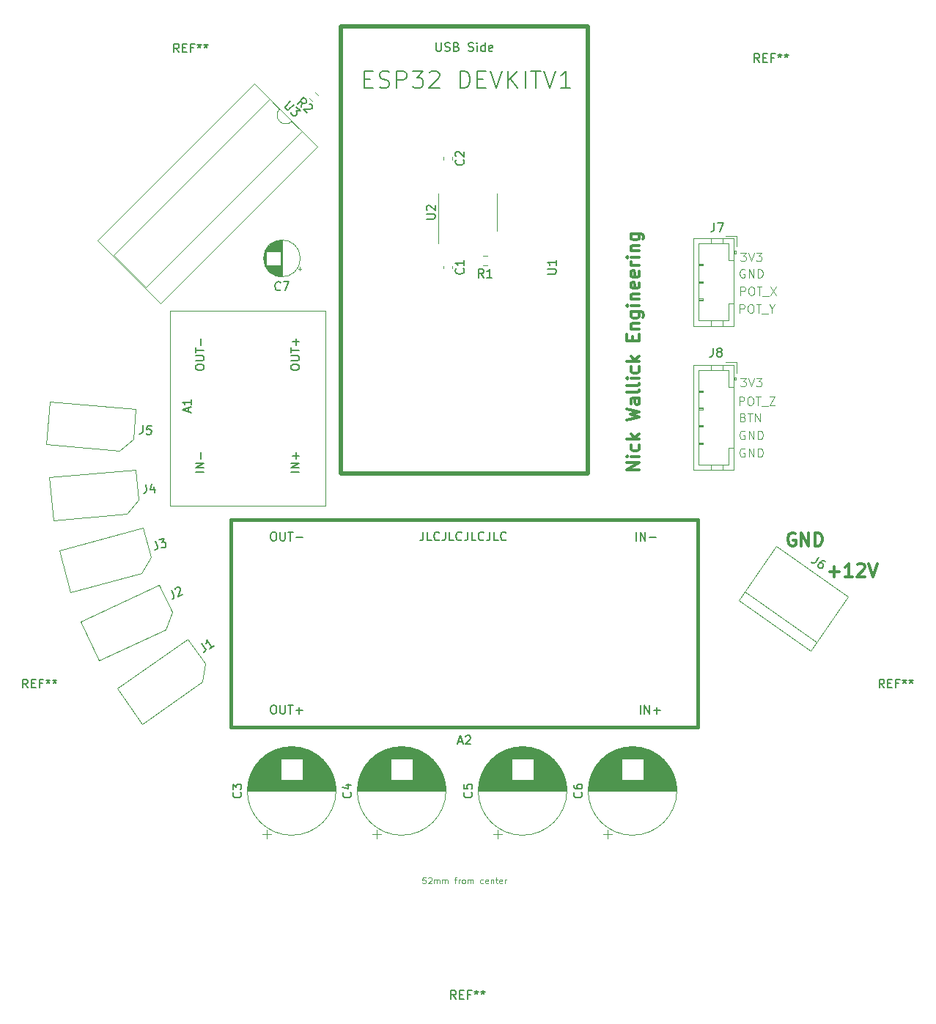
<source format=gto>
%TF.GenerationSoftware,KiCad,Pcbnew,5.1.12*%
%TF.CreationDate,2021-12-20T13:43:48-07:00*%
%TF.ProjectId,claw,636c6177-2e6b-4696-9361-645f70636258,rev?*%
%TF.SameCoordinates,Original*%
%TF.FileFunction,Legend,Top*%
%TF.FilePolarity,Positive*%
%FSLAX46Y46*%
G04 Gerber Fmt 4.6, Leading zero omitted, Abs format (unit mm)*
G04 Created by KiCad (PCBNEW 5.1.12) date 2021-12-20 13:43:48*
%MOMM*%
%LPD*%
G01*
G04 APERTURE LIST*
%ADD10C,0.300000*%
%ADD11C,0.150000*%
%ADD12C,0.100000*%
%ADD13C,0.120000*%
%ADD14C,0.500000*%
%ADD15C,0.400000*%
%ADD16C,2.500000*%
%ADD17C,1.524000*%
%ADD18C,1.600000*%
%ADD19R,3.000000X3.000000*%
%ADD20R,2.000000X2.000000*%
%ADD21C,2.000000*%
%ADD22C,3.000000*%
%ADD23R,1.200000X1.200000*%
%ADD24C,1.200000*%
%ADD25O,1.750000X1.200000*%
G04 APERTURE END LIST*
D10*
X120185571Y-101526857D02*
X118685571Y-101526857D01*
X120185571Y-100669714D01*
X118685571Y-100669714D01*
X120185571Y-99955428D02*
X119185571Y-99955428D01*
X118685571Y-99955428D02*
X118757000Y-100026857D01*
X118828428Y-99955428D01*
X118757000Y-99884000D01*
X118685571Y-99955428D01*
X118828428Y-99955428D01*
X120114142Y-98598285D02*
X120185571Y-98741142D01*
X120185571Y-99026857D01*
X120114142Y-99169714D01*
X120042714Y-99241142D01*
X119899857Y-99312571D01*
X119471285Y-99312571D01*
X119328428Y-99241142D01*
X119257000Y-99169714D01*
X119185571Y-99026857D01*
X119185571Y-98741142D01*
X119257000Y-98598285D01*
X120185571Y-97955428D02*
X118685571Y-97955428D01*
X119614142Y-97812571D02*
X120185571Y-97384000D01*
X119185571Y-97384000D02*
X119757000Y-97955428D01*
X118685571Y-95741142D02*
X120185571Y-95384000D01*
X119114142Y-95098285D01*
X120185571Y-94812571D01*
X118685571Y-94455428D01*
X120185571Y-93241142D02*
X119399857Y-93241142D01*
X119257000Y-93312571D01*
X119185571Y-93455428D01*
X119185571Y-93741142D01*
X119257000Y-93884000D01*
X120114142Y-93241142D02*
X120185571Y-93384000D01*
X120185571Y-93741142D01*
X120114142Y-93884000D01*
X119971285Y-93955428D01*
X119828428Y-93955428D01*
X119685571Y-93884000D01*
X119614142Y-93741142D01*
X119614142Y-93384000D01*
X119542714Y-93241142D01*
X120185571Y-92312571D02*
X120114142Y-92455428D01*
X119971285Y-92526857D01*
X118685571Y-92526857D01*
X120185571Y-91526857D02*
X120114142Y-91669714D01*
X119971285Y-91741142D01*
X118685571Y-91741142D01*
X120185571Y-90955428D02*
X119185571Y-90955428D01*
X118685571Y-90955428D02*
X118757000Y-91026857D01*
X118828428Y-90955428D01*
X118757000Y-90884000D01*
X118685571Y-90955428D01*
X118828428Y-90955428D01*
X120114142Y-89598285D02*
X120185571Y-89741142D01*
X120185571Y-90026857D01*
X120114142Y-90169714D01*
X120042714Y-90241142D01*
X119899857Y-90312571D01*
X119471285Y-90312571D01*
X119328428Y-90241142D01*
X119257000Y-90169714D01*
X119185571Y-90026857D01*
X119185571Y-89741142D01*
X119257000Y-89598285D01*
X120185571Y-88955428D02*
X118685571Y-88955428D01*
X119614142Y-88812571D02*
X120185571Y-88384000D01*
X119185571Y-88384000D02*
X119757000Y-88955428D01*
X119399857Y-86598285D02*
X119399857Y-86098285D01*
X120185571Y-85884000D02*
X120185571Y-86598285D01*
X118685571Y-86598285D01*
X118685571Y-85884000D01*
X119185571Y-85241142D02*
X120185571Y-85241142D01*
X119328428Y-85241142D02*
X119257000Y-85169714D01*
X119185571Y-85026857D01*
X119185571Y-84812571D01*
X119257000Y-84669714D01*
X119399857Y-84598285D01*
X120185571Y-84598285D01*
X119185571Y-83241142D02*
X120399857Y-83241142D01*
X120542714Y-83312571D01*
X120614142Y-83384000D01*
X120685571Y-83526857D01*
X120685571Y-83741142D01*
X120614142Y-83884000D01*
X120114142Y-83241142D02*
X120185571Y-83384000D01*
X120185571Y-83669714D01*
X120114142Y-83812571D01*
X120042714Y-83884000D01*
X119899857Y-83955428D01*
X119471285Y-83955428D01*
X119328428Y-83884000D01*
X119257000Y-83812571D01*
X119185571Y-83669714D01*
X119185571Y-83384000D01*
X119257000Y-83241142D01*
X120185571Y-82526857D02*
X119185571Y-82526857D01*
X118685571Y-82526857D02*
X118757000Y-82598285D01*
X118828428Y-82526857D01*
X118757000Y-82455428D01*
X118685571Y-82526857D01*
X118828428Y-82526857D01*
X119185571Y-81812571D02*
X120185571Y-81812571D01*
X119328428Y-81812571D02*
X119257000Y-81741142D01*
X119185571Y-81598285D01*
X119185571Y-81384000D01*
X119257000Y-81241142D01*
X119399857Y-81169714D01*
X120185571Y-81169714D01*
X120114142Y-79884000D02*
X120185571Y-80026857D01*
X120185571Y-80312571D01*
X120114142Y-80455428D01*
X119971285Y-80526857D01*
X119399857Y-80526857D01*
X119257000Y-80455428D01*
X119185571Y-80312571D01*
X119185571Y-80026857D01*
X119257000Y-79884000D01*
X119399857Y-79812571D01*
X119542714Y-79812571D01*
X119685571Y-80526857D01*
X120114142Y-78598285D02*
X120185571Y-78741142D01*
X120185571Y-79026857D01*
X120114142Y-79169714D01*
X119971285Y-79241142D01*
X119399857Y-79241142D01*
X119257000Y-79169714D01*
X119185571Y-79026857D01*
X119185571Y-78741142D01*
X119257000Y-78598285D01*
X119399857Y-78526857D01*
X119542714Y-78526857D01*
X119685571Y-79241142D01*
X120185571Y-77884000D02*
X119185571Y-77884000D01*
X119471285Y-77884000D02*
X119328428Y-77812571D01*
X119257000Y-77741142D01*
X119185571Y-77598285D01*
X119185571Y-77455428D01*
X120185571Y-76955428D02*
X119185571Y-76955428D01*
X118685571Y-76955428D02*
X118757000Y-77026857D01*
X118828428Y-76955428D01*
X118757000Y-76884000D01*
X118685571Y-76955428D01*
X118828428Y-76955428D01*
X119185571Y-76241142D02*
X120185571Y-76241142D01*
X119328428Y-76241142D02*
X119257000Y-76169714D01*
X119185571Y-76026857D01*
X119185571Y-75812571D01*
X119257000Y-75669714D01*
X119399857Y-75598285D01*
X120185571Y-75598285D01*
X119185571Y-74241142D02*
X120399857Y-74241142D01*
X120542714Y-74312571D01*
X120614142Y-74384000D01*
X120685571Y-74526857D01*
X120685571Y-74741142D01*
X120614142Y-74884000D01*
X120114142Y-74241142D02*
X120185571Y-74384000D01*
X120185571Y-74669714D01*
X120114142Y-74812571D01*
X120042714Y-74884000D01*
X119899857Y-74955428D01*
X119471285Y-74955428D01*
X119328428Y-74884000D01*
X119257000Y-74812571D01*
X119185571Y-74669714D01*
X119185571Y-74384000D01*
X119257000Y-74241142D01*
D11*
X95202952Y-108672380D02*
X95202952Y-109386666D01*
X95155333Y-109529523D01*
X95060095Y-109624761D01*
X94917238Y-109672380D01*
X94822000Y-109672380D01*
X96155333Y-109672380D02*
X95679142Y-109672380D01*
X95679142Y-108672380D01*
X97060095Y-109577142D02*
X97012476Y-109624761D01*
X96869619Y-109672380D01*
X96774380Y-109672380D01*
X96631523Y-109624761D01*
X96536285Y-109529523D01*
X96488666Y-109434285D01*
X96441047Y-109243809D01*
X96441047Y-109100952D01*
X96488666Y-108910476D01*
X96536285Y-108815238D01*
X96631523Y-108720000D01*
X96774380Y-108672380D01*
X96869619Y-108672380D01*
X97012476Y-108720000D01*
X97060095Y-108767619D01*
X97774380Y-108672380D02*
X97774380Y-109386666D01*
X97726761Y-109529523D01*
X97631523Y-109624761D01*
X97488666Y-109672380D01*
X97393428Y-109672380D01*
X98726761Y-109672380D02*
X98250571Y-109672380D01*
X98250571Y-108672380D01*
X99631523Y-109577142D02*
X99583904Y-109624761D01*
X99441047Y-109672380D01*
X99345809Y-109672380D01*
X99202952Y-109624761D01*
X99107714Y-109529523D01*
X99060095Y-109434285D01*
X99012476Y-109243809D01*
X99012476Y-109100952D01*
X99060095Y-108910476D01*
X99107714Y-108815238D01*
X99202952Y-108720000D01*
X99345809Y-108672380D01*
X99441047Y-108672380D01*
X99583904Y-108720000D01*
X99631523Y-108767619D01*
X100345809Y-108672380D02*
X100345809Y-109386666D01*
X100298190Y-109529523D01*
X100202952Y-109624761D01*
X100060095Y-109672380D01*
X99964857Y-109672380D01*
X101298190Y-109672380D02*
X100822000Y-109672380D01*
X100822000Y-108672380D01*
X102202952Y-109577142D02*
X102155333Y-109624761D01*
X102012476Y-109672380D01*
X101917238Y-109672380D01*
X101774380Y-109624761D01*
X101679142Y-109529523D01*
X101631523Y-109434285D01*
X101583904Y-109243809D01*
X101583904Y-109100952D01*
X101631523Y-108910476D01*
X101679142Y-108815238D01*
X101774380Y-108720000D01*
X101917238Y-108672380D01*
X102012476Y-108672380D01*
X102155333Y-108720000D01*
X102202952Y-108767619D01*
X102917238Y-108672380D02*
X102917238Y-109386666D01*
X102869619Y-109529523D01*
X102774380Y-109624761D01*
X102631523Y-109672380D01*
X102536285Y-109672380D01*
X103869619Y-109672380D02*
X103393428Y-109672380D01*
X103393428Y-108672380D01*
X104774380Y-109577142D02*
X104726761Y-109624761D01*
X104583904Y-109672380D01*
X104488666Y-109672380D01*
X104345809Y-109624761D01*
X104250571Y-109529523D01*
X104202952Y-109434285D01*
X104155333Y-109243809D01*
X104155333Y-109100952D01*
X104202952Y-108910476D01*
X104250571Y-108815238D01*
X104345809Y-108720000D01*
X104488666Y-108672380D01*
X104583904Y-108672380D01*
X104726761Y-108720000D01*
X104774380Y-108767619D01*
D12*
X95482333Y-148587666D02*
X95149000Y-148587666D01*
X95115666Y-148921000D01*
X95149000Y-148887666D01*
X95215666Y-148854333D01*
X95382333Y-148854333D01*
X95449000Y-148887666D01*
X95482333Y-148921000D01*
X95515666Y-148987666D01*
X95515666Y-149154333D01*
X95482333Y-149221000D01*
X95449000Y-149254333D01*
X95382333Y-149287666D01*
X95215666Y-149287666D01*
X95149000Y-149254333D01*
X95115666Y-149221000D01*
X95782333Y-148654333D02*
X95815666Y-148621000D01*
X95882333Y-148587666D01*
X96049000Y-148587666D01*
X96115666Y-148621000D01*
X96149000Y-148654333D01*
X96182333Y-148721000D01*
X96182333Y-148787666D01*
X96149000Y-148887666D01*
X95749000Y-149287666D01*
X96182333Y-149287666D01*
X96482333Y-149287666D02*
X96482333Y-148821000D01*
X96482333Y-148887666D02*
X96515666Y-148854333D01*
X96582333Y-148821000D01*
X96682333Y-148821000D01*
X96749000Y-148854333D01*
X96782333Y-148921000D01*
X96782333Y-149287666D01*
X96782333Y-148921000D02*
X96815666Y-148854333D01*
X96882333Y-148821000D01*
X96982333Y-148821000D01*
X97049000Y-148854333D01*
X97082333Y-148921000D01*
X97082333Y-149287666D01*
X97415666Y-149287666D02*
X97415666Y-148821000D01*
X97415666Y-148887666D02*
X97449000Y-148854333D01*
X97515666Y-148821000D01*
X97615666Y-148821000D01*
X97682333Y-148854333D01*
X97715666Y-148921000D01*
X97715666Y-149287666D01*
X97715666Y-148921000D02*
X97749000Y-148854333D01*
X97815666Y-148821000D01*
X97915666Y-148821000D01*
X97982333Y-148854333D01*
X98015666Y-148921000D01*
X98015666Y-149287666D01*
X98782333Y-148821000D02*
X99049000Y-148821000D01*
X98882333Y-149287666D02*
X98882333Y-148687666D01*
X98915666Y-148621000D01*
X98982333Y-148587666D01*
X99049000Y-148587666D01*
X99282333Y-149287666D02*
X99282333Y-148821000D01*
X99282333Y-148954333D02*
X99315666Y-148887666D01*
X99349000Y-148854333D01*
X99415666Y-148821000D01*
X99482333Y-148821000D01*
X99815666Y-149287666D02*
X99749000Y-149254333D01*
X99715666Y-149221000D01*
X99682333Y-149154333D01*
X99682333Y-148954333D01*
X99715666Y-148887666D01*
X99749000Y-148854333D01*
X99815666Y-148821000D01*
X99915666Y-148821000D01*
X99982333Y-148854333D01*
X100015666Y-148887666D01*
X100049000Y-148954333D01*
X100049000Y-149154333D01*
X100015666Y-149221000D01*
X99982333Y-149254333D01*
X99915666Y-149287666D01*
X99815666Y-149287666D01*
X100349000Y-149287666D02*
X100349000Y-148821000D01*
X100349000Y-148887666D02*
X100382333Y-148854333D01*
X100449000Y-148821000D01*
X100549000Y-148821000D01*
X100615666Y-148854333D01*
X100649000Y-148921000D01*
X100649000Y-149287666D01*
X100649000Y-148921000D02*
X100682333Y-148854333D01*
X100749000Y-148821000D01*
X100849000Y-148821000D01*
X100915666Y-148854333D01*
X100949000Y-148921000D01*
X100949000Y-149287666D01*
X102115666Y-149254333D02*
X102049000Y-149287666D01*
X101915666Y-149287666D01*
X101849000Y-149254333D01*
X101815666Y-149221000D01*
X101782333Y-149154333D01*
X101782333Y-148954333D01*
X101815666Y-148887666D01*
X101849000Y-148854333D01*
X101915666Y-148821000D01*
X102049000Y-148821000D01*
X102115666Y-148854333D01*
X102682333Y-149254333D02*
X102615666Y-149287666D01*
X102482333Y-149287666D01*
X102415666Y-149254333D01*
X102382333Y-149187666D01*
X102382333Y-148921000D01*
X102415666Y-148854333D01*
X102482333Y-148821000D01*
X102615666Y-148821000D01*
X102682333Y-148854333D01*
X102715666Y-148921000D01*
X102715666Y-148987666D01*
X102382333Y-149054333D01*
X103015666Y-148821000D02*
X103015666Y-149287666D01*
X103015666Y-148887666D02*
X103049000Y-148854333D01*
X103115666Y-148821000D01*
X103215666Y-148821000D01*
X103282333Y-148854333D01*
X103315666Y-148921000D01*
X103315666Y-149287666D01*
X103549000Y-148821000D02*
X103815666Y-148821000D01*
X103649000Y-148587666D02*
X103649000Y-149187666D01*
X103682333Y-149254333D01*
X103749000Y-149287666D01*
X103815666Y-149287666D01*
X104315666Y-149254333D02*
X104249000Y-149287666D01*
X104115666Y-149287666D01*
X104049000Y-149254333D01*
X104015666Y-149187666D01*
X104015666Y-148921000D01*
X104049000Y-148854333D01*
X104115666Y-148821000D01*
X104249000Y-148821000D01*
X104315666Y-148854333D01*
X104349000Y-148921000D01*
X104349000Y-148987666D01*
X104015666Y-149054333D01*
X104649000Y-149287666D02*
X104649000Y-148821000D01*
X104649000Y-148954333D02*
X104682333Y-148887666D01*
X104715666Y-148854333D01*
X104782333Y-148821000D01*
X104849000Y-148821000D01*
X132135666Y-95432571D02*
X132278523Y-95480190D01*
X132326142Y-95527809D01*
X132373761Y-95623047D01*
X132373761Y-95765904D01*
X132326142Y-95861142D01*
X132278523Y-95908761D01*
X132183285Y-95956380D01*
X131802333Y-95956380D01*
X131802333Y-94956380D01*
X132135666Y-94956380D01*
X132230904Y-95004000D01*
X132278523Y-95051619D01*
X132326142Y-95146857D01*
X132326142Y-95242095D01*
X132278523Y-95337333D01*
X132230904Y-95384952D01*
X132135666Y-95432571D01*
X131802333Y-95432571D01*
X132659476Y-94956380D02*
X133230904Y-94956380D01*
X132945190Y-95956380D02*
X132945190Y-94956380D01*
X133564238Y-95956380D02*
X133564238Y-94956380D01*
X134135666Y-95956380D01*
X134135666Y-94956380D01*
X131707190Y-94051380D02*
X131707190Y-93051380D01*
X132088142Y-93051380D01*
X132183380Y-93099000D01*
X132231000Y-93146619D01*
X132278619Y-93241857D01*
X132278619Y-93384714D01*
X132231000Y-93479952D01*
X132183380Y-93527571D01*
X132088142Y-93575190D01*
X131707190Y-93575190D01*
X132897666Y-93051380D02*
X133088142Y-93051380D01*
X133183380Y-93099000D01*
X133278619Y-93194238D01*
X133326238Y-93384714D01*
X133326238Y-93718047D01*
X133278619Y-93908523D01*
X133183380Y-94003761D01*
X133088142Y-94051380D01*
X132897666Y-94051380D01*
X132802428Y-94003761D01*
X132707190Y-93908523D01*
X132659571Y-93718047D01*
X132659571Y-93384714D01*
X132707190Y-93194238D01*
X132802428Y-93099000D01*
X132897666Y-93051380D01*
X133611952Y-93051380D02*
X134183380Y-93051380D01*
X133897666Y-94051380D02*
X133897666Y-93051380D01*
X134278619Y-94146619D02*
X135040523Y-94146619D01*
X135183380Y-93051380D02*
X135850047Y-93051380D01*
X135183380Y-94051380D01*
X135850047Y-94051380D01*
X132334095Y-99068000D02*
X132238857Y-99020380D01*
X132096000Y-99020380D01*
X131953142Y-99068000D01*
X131857904Y-99163238D01*
X131810285Y-99258476D01*
X131762666Y-99448952D01*
X131762666Y-99591809D01*
X131810285Y-99782285D01*
X131857904Y-99877523D01*
X131953142Y-99972761D01*
X132096000Y-100020380D01*
X132191238Y-100020380D01*
X132334095Y-99972761D01*
X132381714Y-99925142D01*
X132381714Y-99591809D01*
X132191238Y-99591809D01*
X132810285Y-100020380D02*
X132810285Y-99020380D01*
X133381714Y-100020380D01*
X133381714Y-99020380D01*
X133857904Y-100020380D02*
X133857904Y-99020380D01*
X134096000Y-99020380D01*
X134238857Y-99068000D01*
X134334095Y-99163238D01*
X134381714Y-99258476D01*
X134429333Y-99448952D01*
X134429333Y-99591809D01*
X134381714Y-99782285D01*
X134334095Y-99877523D01*
X134238857Y-99972761D01*
X134096000Y-100020380D01*
X133857904Y-100020380D01*
X132334095Y-97036000D02*
X132238857Y-96988380D01*
X132096000Y-96988380D01*
X131953142Y-97036000D01*
X131857904Y-97131238D01*
X131810285Y-97226476D01*
X131762666Y-97416952D01*
X131762666Y-97559809D01*
X131810285Y-97750285D01*
X131857904Y-97845523D01*
X131953142Y-97940761D01*
X132096000Y-97988380D01*
X132191238Y-97988380D01*
X132334095Y-97940761D01*
X132381714Y-97893142D01*
X132381714Y-97559809D01*
X132191238Y-97559809D01*
X132810285Y-97988380D02*
X132810285Y-96988380D01*
X133381714Y-97988380D01*
X133381714Y-96988380D01*
X133857904Y-97988380D02*
X133857904Y-96988380D01*
X134096000Y-96988380D01*
X134238857Y-97036000D01*
X134334095Y-97131238D01*
X134381714Y-97226476D01*
X134429333Y-97416952D01*
X134429333Y-97559809D01*
X134381714Y-97750285D01*
X134334095Y-97845523D01*
X134238857Y-97940761D01*
X134096000Y-97988380D01*
X133857904Y-97988380D01*
X131857904Y-90892380D02*
X132476952Y-90892380D01*
X132143619Y-91273333D01*
X132286476Y-91273333D01*
X132381714Y-91320952D01*
X132429333Y-91368571D01*
X132476952Y-91463809D01*
X132476952Y-91701904D01*
X132429333Y-91797142D01*
X132381714Y-91844761D01*
X132286476Y-91892380D01*
X132000761Y-91892380D01*
X131905523Y-91844761D01*
X131857904Y-91797142D01*
X132762666Y-90892380D02*
X133096000Y-91892380D01*
X133429333Y-90892380D01*
X133667428Y-90892380D02*
X134286476Y-90892380D01*
X133953142Y-91273333D01*
X134096000Y-91273333D01*
X134191238Y-91320952D01*
X134238857Y-91368571D01*
X134286476Y-91463809D01*
X134286476Y-91701904D01*
X134238857Y-91797142D01*
X134191238Y-91844761D01*
X134096000Y-91892380D01*
X133810285Y-91892380D01*
X133715047Y-91844761D01*
X133667428Y-91797142D01*
X131754809Y-83383380D02*
X131754809Y-82383380D01*
X132135761Y-82383380D01*
X132231000Y-82431000D01*
X132278619Y-82478619D01*
X132326238Y-82573857D01*
X132326238Y-82716714D01*
X132278619Y-82811952D01*
X132231000Y-82859571D01*
X132135761Y-82907190D01*
X131754809Y-82907190D01*
X132945285Y-82383380D02*
X133135761Y-82383380D01*
X133231000Y-82431000D01*
X133326238Y-82526238D01*
X133373857Y-82716714D01*
X133373857Y-83050047D01*
X133326238Y-83240523D01*
X133231000Y-83335761D01*
X133135761Y-83383380D01*
X132945285Y-83383380D01*
X132850047Y-83335761D01*
X132754809Y-83240523D01*
X132707190Y-83050047D01*
X132707190Y-82716714D01*
X132754809Y-82526238D01*
X132850047Y-82431000D01*
X132945285Y-82383380D01*
X133659571Y-82383380D02*
X134231000Y-82383380D01*
X133945285Y-83383380D02*
X133945285Y-82383380D01*
X134326238Y-83478619D02*
X135088142Y-83478619D01*
X135516714Y-82907190D02*
X135516714Y-83383380D01*
X135183380Y-82383380D02*
X135516714Y-82907190D01*
X135850047Y-82383380D01*
X131834190Y-81351380D02*
X131834190Y-80351380D01*
X132215142Y-80351380D01*
X132310380Y-80399000D01*
X132358000Y-80446619D01*
X132405619Y-80541857D01*
X132405619Y-80684714D01*
X132358000Y-80779952D01*
X132310380Y-80827571D01*
X132215142Y-80875190D01*
X131834190Y-80875190D01*
X133024666Y-80351380D02*
X133215142Y-80351380D01*
X133310380Y-80399000D01*
X133405619Y-80494238D01*
X133453238Y-80684714D01*
X133453238Y-81018047D01*
X133405619Y-81208523D01*
X133310380Y-81303761D01*
X133215142Y-81351380D01*
X133024666Y-81351380D01*
X132929428Y-81303761D01*
X132834190Y-81208523D01*
X132786571Y-81018047D01*
X132786571Y-80684714D01*
X132834190Y-80494238D01*
X132929428Y-80399000D01*
X133024666Y-80351380D01*
X133738952Y-80351380D02*
X134310380Y-80351380D01*
X134024666Y-81351380D02*
X134024666Y-80351380D01*
X134405619Y-81446619D02*
X135167523Y-81446619D01*
X135310380Y-80351380D02*
X135977047Y-81351380D01*
X135977047Y-80351380D02*
X135310380Y-81351380D01*
X132334095Y-78367000D02*
X132238857Y-78319380D01*
X132096000Y-78319380D01*
X131953142Y-78367000D01*
X131857904Y-78462238D01*
X131810285Y-78557476D01*
X131762666Y-78747952D01*
X131762666Y-78890809D01*
X131810285Y-79081285D01*
X131857904Y-79176523D01*
X131953142Y-79271761D01*
X132096000Y-79319380D01*
X132191238Y-79319380D01*
X132334095Y-79271761D01*
X132381714Y-79224142D01*
X132381714Y-78890809D01*
X132191238Y-78890809D01*
X132810285Y-79319380D02*
X132810285Y-78319380D01*
X133381714Y-79319380D01*
X133381714Y-78319380D01*
X133857904Y-79319380D02*
X133857904Y-78319380D01*
X134096000Y-78319380D01*
X134238857Y-78367000D01*
X134334095Y-78462238D01*
X134381714Y-78557476D01*
X134429333Y-78747952D01*
X134429333Y-78890809D01*
X134381714Y-79081285D01*
X134334095Y-79176523D01*
X134238857Y-79271761D01*
X134096000Y-79319380D01*
X133857904Y-79319380D01*
X131857904Y-76414380D02*
X132476952Y-76414380D01*
X132143619Y-76795333D01*
X132286476Y-76795333D01*
X132381714Y-76842952D01*
X132429333Y-76890571D01*
X132476952Y-76985809D01*
X132476952Y-77223904D01*
X132429333Y-77319142D01*
X132381714Y-77366761D01*
X132286476Y-77414380D01*
X132000761Y-77414380D01*
X131905523Y-77366761D01*
X131857904Y-77319142D01*
X132762666Y-76414380D02*
X133096000Y-77414380D01*
X133429333Y-76414380D01*
X133667428Y-76414380D02*
X134286476Y-76414380D01*
X133953142Y-76795333D01*
X134096000Y-76795333D01*
X134191238Y-76842952D01*
X134238857Y-76890571D01*
X134286476Y-76985809D01*
X134286476Y-77223904D01*
X134238857Y-77319142D01*
X134191238Y-77366761D01*
X134096000Y-77414380D01*
X133810285Y-77414380D01*
X133715047Y-77366761D01*
X133667428Y-77319142D01*
D10*
X138176142Y-108851000D02*
X138033285Y-108779571D01*
X137819000Y-108779571D01*
X137604714Y-108851000D01*
X137461857Y-108993857D01*
X137390428Y-109136714D01*
X137319000Y-109422428D01*
X137319000Y-109636714D01*
X137390428Y-109922428D01*
X137461857Y-110065285D01*
X137604714Y-110208142D01*
X137819000Y-110279571D01*
X137961857Y-110279571D01*
X138176142Y-110208142D01*
X138247571Y-110136714D01*
X138247571Y-109636714D01*
X137961857Y-109636714D01*
X138890428Y-110279571D02*
X138890428Y-108779571D01*
X139747571Y-110279571D01*
X139747571Y-108779571D01*
X140461857Y-110279571D02*
X140461857Y-108779571D01*
X140819000Y-108779571D01*
X141033285Y-108851000D01*
X141176142Y-108993857D01*
X141247571Y-109136714D01*
X141319000Y-109422428D01*
X141319000Y-109636714D01*
X141247571Y-109922428D01*
X141176142Y-110065285D01*
X141033285Y-110208142D01*
X140819000Y-110279571D01*
X140461857Y-110279571D01*
X142137142Y-113264142D02*
X143280000Y-113264142D01*
X142708571Y-113835571D02*
X142708571Y-112692714D01*
X144780000Y-113835571D02*
X143922857Y-113835571D01*
X144351428Y-113835571D02*
X144351428Y-112335571D01*
X144208571Y-112549857D01*
X144065714Y-112692714D01*
X143922857Y-112764142D01*
X145351428Y-112478428D02*
X145422857Y-112407000D01*
X145565714Y-112335571D01*
X145922857Y-112335571D01*
X146065714Y-112407000D01*
X146137142Y-112478428D01*
X146208571Y-112621285D01*
X146208571Y-112764142D01*
X146137142Y-112978428D01*
X145280000Y-113835571D01*
X146208571Y-113835571D01*
X146637142Y-112335571D02*
X147137142Y-113835571D01*
X147637142Y-112335571D01*
D13*
%TO.C,C2*%
X97534000Y-65391420D02*
X97534000Y-65672580D01*
X98554000Y-65391420D02*
X98554000Y-65672580D01*
%TO.C,C1*%
X98554000Y-77964420D02*
X98554000Y-78245580D01*
X97534000Y-77964420D02*
X97534000Y-78245580D01*
%TO.C,R1*%
X102124742Y-77865500D02*
X102599258Y-77865500D01*
X102124742Y-76820500D02*
X102599258Y-76820500D01*
%TO.C,U3*%
X78619422Y-59847518D02*
X77452696Y-58680792D01*
X77452696Y-58680792D02*
X59407331Y-76726157D01*
X59407331Y-76726157D02*
X63154997Y-80473823D01*
X63154997Y-80473823D02*
X81200362Y-62428458D01*
X81200362Y-62428458D02*
X80033636Y-61261732D01*
X75734426Y-56877670D02*
X57604209Y-75007887D01*
X57604209Y-75007887D02*
X64873266Y-82276945D01*
X64873266Y-82276945D02*
X83003484Y-64146727D01*
X83003484Y-64146727D02*
X75734426Y-56877670D01*
X80033636Y-61261732D02*
G75*
G02*
X78619422Y-59847518I-707107J707107D01*
G01*
D14*
%TO.C,U1*%
X114249000Y-101925000D02*
X85649000Y-101925000D01*
X85649000Y-50325000D02*
X114249000Y-50325000D01*
X114249000Y-50325000D02*
X114249000Y-101925000D01*
X85649000Y-101925000D02*
X85649000Y-50325000D01*
D13*
%TO.C,U2*%
X96945000Y-71755000D02*
X96945000Y-75355000D01*
X96945000Y-71755000D02*
X96945000Y-69555000D01*
X103715000Y-71755000D02*
X103715000Y-73955000D01*
X103715000Y-71755000D02*
X103715000Y-69555000D01*
%TO.C,R2*%
X82348303Y-58957230D02*
X82012770Y-58621697D01*
X83087230Y-58218303D02*
X82751697Y-57882770D01*
%TO.C,J1*%
X70041548Y-123906694D02*
X68034031Y-121039662D01*
X69673185Y-125995787D02*
X70041548Y-123906694D01*
X62710393Y-130871186D02*
X69673185Y-125995787D01*
X59842510Y-126775426D02*
X68034031Y-121039662D01*
X62710393Y-130871186D02*
X59842510Y-126775426D01*
%TO.C,J2*%
X57781698Y-123559707D02*
X55668606Y-119028168D01*
X55668606Y-119028168D02*
X64731684Y-114801985D01*
X57781698Y-123559707D02*
X65485314Y-119967452D01*
X65485314Y-119967452D02*
X66210848Y-117974063D01*
X66210848Y-117974063D02*
X64731684Y-114801985D01*
%TO.C,J3*%
X63760039Y-111583868D02*
X62854172Y-108203127D01*
X62699378Y-113420985D02*
X63760039Y-111583868D01*
X54489009Y-115620947D02*
X62699378Y-113420985D01*
X53194914Y-110791318D02*
X62854172Y-108203127D01*
X54489009Y-115620947D02*
X53194914Y-110791318D01*
%TO.C,J4*%
X52470338Y-107330168D02*
X52034559Y-102349195D01*
X52034559Y-102349195D02*
X61996506Y-101477637D01*
X52470338Y-107330168D02*
X60937993Y-106589344D01*
X60937993Y-106589344D02*
X62301551Y-104964319D01*
X62301551Y-104964319D02*
X61996506Y-101477637D01*
%TO.C,J5*%
X61706396Y-97961876D02*
X62011441Y-94475195D01*
X60081370Y-99325434D02*
X61706396Y-97961876D01*
X51613715Y-98584611D02*
X60081370Y-99325434D01*
X52049494Y-93603637D02*
X62011441Y-94475195D01*
X51613715Y-98584611D02*
X52049494Y-93603637D01*
%TO.C,A1*%
X65945000Y-105632000D02*
X83945000Y-105632000D01*
X65945000Y-83132000D02*
X83945000Y-83132000D01*
X83945000Y-105632000D02*
X83945000Y-83132000D01*
X65945000Y-105632000D02*
X65945000Y-83132000D01*
D15*
%TO.C,A2*%
X72949000Y-131253000D02*
X72949000Y-107253000D01*
X126949000Y-107253000D02*
X126949000Y-131253000D01*
X126949000Y-107253000D02*
X72949000Y-107253000D01*
X126949000Y-131253000D02*
X72949000Y-131253000D01*
D13*
%TO.C,C3*%
X85130000Y-138597000D02*
G75*
G03*
X85130000Y-138597000I-5120000J0D01*
G01*
X74930000Y-138597000D02*
X85090000Y-138597000D01*
X74930000Y-138557000D02*
X85090000Y-138557000D01*
X74930000Y-138517000D02*
X85090000Y-138517000D01*
X74931000Y-138477000D02*
X85089000Y-138477000D01*
X74932000Y-138437000D02*
X85088000Y-138437000D01*
X74933000Y-138397000D02*
X85087000Y-138397000D01*
X74935000Y-138357000D02*
X85085000Y-138357000D01*
X74937000Y-138317000D02*
X85083000Y-138317000D01*
X74940000Y-138277000D02*
X85080000Y-138277000D01*
X74942000Y-138237000D02*
X85078000Y-138237000D01*
X74945000Y-138197000D02*
X85075000Y-138197000D01*
X74948000Y-138157000D02*
X85072000Y-138157000D01*
X74952000Y-138117000D02*
X85068000Y-138117000D01*
X74956000Y-138077000D02*
X85064000Y-138077000D01*
X74960000Y-138037000D02*
X85060000Y-138037000D01*
X74965000Y-137997000D02*
X85055000Y-137997000D01*
X74970000Y-137957000D02*
X85050000Y-137957000D01*
X74975000Y-137917000D02*
X85045000Y-137917000D01*
X74980000Y-137876000D02*
X85040000Y-137876000D01*
X74986000Y-137836000D02*
X85034000Y-137836000D01*
X74992000Y-137796000D02*
X85028000Y-137796000D01*
X74999000Y-137756000D02*
X85021000Y-137756000D01*
X75006000Y-137716000D02*
X85014000Y-137716000D01*
X75013000Y-137676000D02*
X85007000Y-137676000D01*
X75020000Y-137636000D02*
X85000000Y-137636000D01*
X75028000Y-137596000D02*
X84992000Y-137596000D01*
X75036000Y-137556000D02*
X84984000Y-137556000D01*
X75045000Y-137516000D02*
X84975000Y-137516000D01*
X75054000Y-137476000D02*
X84966000Y-137476000D01*
X75063000Y-137436000D02*
X84957000Y-137436000D01*
X75072000Y-137396000D02*
X84948000Y-137396000D01*
X75082000Y-137356000D02*
X84938000Y-137356000D01*
X75092000Y-137316000D02*
X78769000Y-137316000D01*
X81251000Y-137316000D02*
X84928000Y-137316000D01*
X75103000Y-137276000D02*
X78769000Y-137276000D01*
X81251000Y-137276000D02*
X84917000Y-137276000D01*
X75113000Y-137236000D02*
X78769000Y-137236000D01*
X81251000Y-137236000D02*
X84907000Y-137236000D01*
X75125000Y-137196000D02*
X78769000Y-137196000D01*
X81251000Y-137196000D02*
X84895000Y-137196000D01*
X75136000Y-137156000D02*
X78769000Y-137156000D01*
X81251000Y-137156000D02*
X84884000Y-137156000D01*
X75148000Y-137116000D02*
X78769000Y-137116000D01*
X81251000Y-137116000D02*
X84872000Y-137116000D01*
X75160000Y-137076000D02*
X78769000Y-137076000D01*
X81251000Y-137076000D02*
X84860000Y-137076000D01*
X75173000Y-137036000D02*
X78769000Y-137036000D01*
X81251000Y-137036000D02*
X84847000Y-137036000D01*
X75186000Y-136996000D02*
X78769000Y-136996000D01*
X81251000Y-136996000D02*
X84834000Y-136996000D01*
X75199000Y-136956000D02*
X78769000Y-136956000D01*
X81251000Y-136956000D02*
X84821000Y-136956000D01*
X75213000Y-136916000D02*
X78769000Y-136916000D01*
X81251000Y-136916000D02*
X84807000Y-136916000D01*
X75227000Y-136876000D02*
X78769000Y-136876000D01*
X81251000Y-136876000D02*
X84793000Y-136876000D01*
X75242000Y-136836000D02*
X78769000Y-136836000D01*
X81251000Y-136836000D02*
X84778000Y-136836000D01*
X75256000Y-136796000D02*
X78769000Y-136796000D01*
X81251000Y-136796000D02*
X84764000Y-136796000D01*
X75272000Y-136756000D02*
X78769000Y-136756000D01*
X81251000Y-136756000D02*
X84748000Y-136756000D01*
X75287000Y-136716000D02*
X78769000Y-136716000D01*
X81251000Y-136716000D02*
X84733000Y-136716000D01*
X75303000Y-136676000D02*
X78769000Y-136676000D01*
X81251000Y-136676000D02*
X84717000Y-136676000D01*
X75320000Y-136636000D02*
X78769000Y-136636000D01*
X81251000Y-136636000D02*
X84700000Y-136636000D01*
X75336000Y-136596000D02*
X78769000Y-136596000D01*
X81251000Y-136596000D02*
X84684000Y-136596000D01*
X75353000Y-136556000D02*
X78769000Y-136556000D01*
X81251000Y-136556000D02*
X84667000Y-136556000D01*
X75371000Y-136516000D02*
X78769000Y-136516000D01*
X81251000Y-136516000D02*
X84649000Y-136516000D01*
X75389000Y-136476000D02*
X78769000Y-136476000D01*
X81251000Y-136476000D02*
X84631000Y-136476000D01*
X75407000Y-136436000D02*
X78769000Y-136436000D01*
X81251000Y-136436000D02*
X84613000Y-136436000D01*
X75426000Y-136396000D02*
X78769000Y-136396000D01*
X81251000Y-136396000D02*
X84594000Y-136396000D01*
X75446000Y-136356000D02*
X78769000Y-136356000D01*
X81251000Y-136356000D02*
X84574000Y-136356000D01*
X75465000Y-136316000D02*
X78769000Y-136316000D01*
X81251000Y-136316000D02*
X84555000Y-136316000D01*
X75485000Y-136276000D02*
X78769000Y-136276000D01*
X81251000Y-136276000D02*
X84535000Y-136276000D01*
X75506000Y-136236000D02*
X78769000Y-136236000D01*
X81251000Y-136236000D02*
X84514000Y-136236000D01*
X75527000Y-136196000D02*
X78769000Y-136196000D01*
X81251000Y-136196000D02*
X84493000Y-136196000D01*
X75548000Y-136156000D02*
X78769000Y-136156000D01*
X81251000Y-136156000D02*
X84472000Y-136156000D01*
X75570000Y-136116000D02*
X78769000Y-136116000D01*
X81251000Y-136116000D02*
X84450000Y-136116000D01*
X75593000Y-136076000D02*
X78769000Y-136076000D01*
X81251000Y-136076000D02*
X84427000Y-136076000D01*
X75615000Y-136036000D02*
X78769000Y-136036000D01*
X81251000Y-136036000D02*
X84405000Y-136036000D01*
X75639000Y-135996000D02*
X78769000Y-135996000D01*
X81251000Y-135996000D02*
X84381000Y-135996000D01*
X75663000Y-135956000D02*
X78769000Y-135956000D01*
X81251000Y-135956000D02*
X84357000Y-135956000D01*
X75687000Y-135916000D02*
X78769000Y-135916000D01*
X81251000Y-135916000D02*
X84333000Y-135916000D01*
X75712000Y-135876000D02*
X78769000Y-135876000D01*
X81251000Y-135876000D02*
X84308000Y-135876000D01*
X75737000Y-135836000D02*
X78769000Y-135836000D01*
X81251000Y-135836000D02*
X84283000Y-135836000D01*
X75763000Y-135796000D02*
X78769000Y-135796000D01*
X81251000Y-135796000D02*
X84257000Y-135796000D01*
X75789000Y-135756000D02*
X78769000Y-135756000D01*
X81251000Y-135756000D02*
X84231000Y-135756000D01*
X75816000Y-135716000D02*
X78769000Y-135716000D01*
X81251000Y-135716000D02*
X84204000Y-135716000D01*
X75844000Y-135676000D02*
X78769000Y-135676000D01*
X81251000Y-135676000D02*
X84176000Y-135676000D01*
X75872000Y-135636000D02*
X78769000Y-135636000D01*
X81251000Y-135636000D02*
X84148000Y-135636000D01*
X75900000Y-135596000D02*
X78769000Y-135596000D01*
X81251000Y-135596000D02*
X84120000Y-135596000D01*
X75930000Y-135556000D02*
X78769000Y-135556000D01*
X81251000Y-135556000D02*
X84090000Y-135556000D01*
X75960000Y-135516000D02*
X78769000Y-135516000D01*
X81251000Y-135516000D02*
X84060000Y-135516000D01*
X75990000Y-135476000D02*
X78769000Y-135476000D01*
X81251000Y-135476000D02*
X84030000Y-135476000D01*
X76021000Y-135436000D02*
X78769000Y-135436000D01*
X81251000Y-135436000D02*
X83999000Y-135436000D01*
X76053000Y-135396000D02*
X78769000Y-135396000D01*
X81251000Y-135396000D02*
X83967000Y-135396000D01*
X76085000Y-135356000D02*
X78769000Y-135356000D01*
X81251000Y-135356000D02*
X83935000Y-135356000D01*
X76118000Y-135316000D02*
X78769000Y-135316000D01*
X81251000Y-135316000D02*
X83902000Y-135316000D01*
X76152000Y-135276000D02*
X78769000Y-135276000D01*
X81251000Y-135276000D02*
X83868000Y-135276000D01*
X76186000Y-135236000D02*
X78769000Y-135236000D01*
X81251000Y-135236000D02*
X83834000Y-135236000D01*
X76221000Y-135196000D02*
X78769000Y-135196000D01*
X81251000Y-135196000D02*
X83799000Y-135196000D01*
X76257000Y-135156000D02*
X78769000Y-135156000D01*
X81251000Y-135156000D02*
X83763000Y-135156000D01*
X76294000Y-135116000D02*
X78769000Y-135116000D01*
X81251000Y-135116000D02*
X83726000Y-135116000D01*
X76331000Y-135076000D02*
X78769000Y-135076000D01*
X81251000Y-135076000D02*
X83689000Y-135076000D01*
X76370000Y-135036000D02*
X78769000Y-135036000D01*
X81251000Y-135036000D02*
X83650000Y-135036000D01*
X76409000Y-134996000D02*
X78769000Y-134996000D01*
X81251000Y-134996000D02*
X83611000Y-134996000D01*
X76449000Y-134956000D02*
X78769000Y-134956000D01*
X81251000Y-134956000D02*
X83571000Y-134956000D01*
X76490000Y-134916000D02*
X78769000Y-134916000D01*
X81251000Y-134916000D02*
X83530000Y-134916000D01*
X76532000Y-134876000D02*
X78769000Y-134876000D01*
X81251000Y-134876000D02*
X83488000Y-134876000D01*
X76574000Y-134836000D02*
X83446000Y-134836000D01*
X76618000Y-134796000D02*
X83402000Y-134796000D01*
X76663000Y-134756000D02*
X83357000Y-134756000D01*
X76709000Y-134716000D02*
X83311000Y-134716000D01*
X76756000Y-134676000D02*
X83264000Y-134676000D01*
X76804000Y-134636000D02*
X83216000Y-134636000D01*
X76854000Y-134596000D02*
X83166000Y-134596000D01*
X76904000Y-134556000D02*
X83116000Y-134556000D01*
X76956000Y-134516000D02*
X83064000Y-134516000D01*
X77010000Y-134476000D02*
X83010000Y-134476000D01*
X77065000Y-134436000D02*
X82955000Y-134436000D01*
X77121000Y-134396000D02*
X82899000Y-134396000D01*
X77180000Y-134356000D02*
X82840000Y-134356000D01*
X77240000Y-134316000D02*
X82780000Y-134316000D01*
X77301000Y-134276000D02*
X82719000Y-134276000D01*
X77365000Y-134236000D02*
X82655000Y-134236000D01*
X77431000Y-134196000D02*
X82589000Y-134196000D01*
X77500000Y-134156000D02*
X82520000Y-134156000D01*
X77571000Y-134116000D02*
X82449000Y-134116000D01*
X77645000Y-134076000D02*
X82375000Y-134076000D01*
X77721000Y-134036000D02*
X82299000Y-134036000D01*
X77801000Y-133996000D02*
X82219000Y-133996000D01*
X77885000Y-133956000D02*
X82135000Y-133956000D01*
X77973000Y-133916000D02*
X82047000Y-133916000D01*
X78066000Y-133876000D02*
X81954000Y-133876000D01*
X78164000Y-133836000D02*
X81856000Y-133836000D01*
X78268000Y-133796000D02*
X81752000Y-133796000D01*
X78380000Y-133756000D02*
X81640000Y-133756000D01*
X78500000Y-133716000D02*
X81520000Y-133716000D01*
X78632000Y-133676000D02*
X81388000Y-133676000D01*
X78780000Y-133636000D02*
X81240000Y-133636000D01*
X78948000Y-133596000D02*
X81072000Y-133596000D01*
X79148000Y-133556000D02*
X80872000Y-133556000D01*
X79411000Y-133516000D02*
X80609000Y-133516000D01*
X77135000Y-144076646D02*
X77135000Y-143076646D01*
X76635000Y-143576646D02*
X77635000Y-143576646D01*
%TO.C,C4*%
X89335000Y-143576646D02*
X90335000Y-143576646D01*
X89835000Y-144076646D02*
X89835000Y-143076646D01*
X92111000Y-133516000D02*
X93309000Y-133516000D01*
X91848000Y-133556000D02*
X93572000Y-133556000D01*
X91648000Y-133596000D02*
X93772000Y-133596000D01*
X91480000Y-133636000D02*
X93940000Y-133636000D01*
X91332000Y-133676000D02*
X94088000Y-133676000D01*
X91200000Y-133716000D02*
X94220000Y-133716000D01*
X91080000Y-133756000D02*
X94340000Y-133756000D01*
X90968000Y-133796000D02*
X94452000Y-133796000D01*
X90864000Y-133836000D02*
X94556000Y-133836000D01*
X90766000Y-133876000D02*
X94654000Y-133876000D01*
X90673000Y-133916000D02*
X94747000Y-133916000D01*
X90585000Y-133956000D02*
X94835000Y-133956000D01*
X90501000Y-133996000D02*
X94919000Y-133996000D01*
X90421000Y-134036000D02*
X94999000Y-134036000D01*
X90345000Y-134076000D02*
X95075000Y-134076000D01*
X90271000Y-134116000D02*
X95149000Y-134116000D01*
X90200000Y-134156000D02*
X95220000Y-134156000D01*
X90131000Y-134196000D02*
X95289000Y-134196000D01*
X90065000Y-134236000D02*
X95355000Y-134236000D01*
X90001000Y-134276000D02*
X95419000Y-134276000D01*
X89940000Y-134316000D02*
X95480000Y-134316000D01*
X89880000Y-134356000D02*
X95540000Y-134356000D01*
X89821000Y-134396000D02*
X95599000Y-134396000D01*
X89765000Y-134436000D02*
X95655000Y-134436000D01*
X89710000Y-134476000D02*
X95710000Y-134476000D01*
X89656000Y-134516000D02*
X95764000Y-134516000D01*
X89604000Y-134556000D02*
X95816000Y-134556000D01*
X89554000Y-134596000D02*
X95866000Y-134596000D01*
X89504000Y-134636000D02*
X95916000Y-134636000D01*
X89456000Y-134676000D02*
X95964000Y-134676000D01*
X89409000Y-134716000D02*
X96011000Y-134716000D01*
X89363000Y-134756000D02*
X96057000Y-134756000D01*
X89318000Y-134796000D02*
X96102000Y-134796000D01*
X89274000Y-134836000D02*
X96146000Y-134836000D01*
X93951000Y-134876000D02*
X96188000Y-134876000D01*
X89232000Y-134876000D02*
X91469000Y-134876000D01*
X93951000Y-134916000D02*
X96230000Y-134916000D01*
X89190000Y-134916000D02*
X91469000Y-134916000D01*
X93951000Y-134956000D02*
X96271000Y-134956000D01*
X89149000Y-134956000D02*
X91469000Y-134956000D01*
X93951000Y-134996000D02*
X96311000Y-134996000D01*
X89109000Y-134996000D02*
X91469000Y-134996000D01*
X93951000Y-135036000D02*
X96350000Y-135036000D01*
X89070000Y-135036000D02*
X91469000Y-135036000D01*
X93951000Y-135076000D02*
X96389000Y-135076000D01*
X89031000Y-135076000D02*
X91469000Y-135076000D01*
X93951000Y-135116000D02*
X96426000Y-135116000D01*
X88994000Y-135116000D02*
X91469000Y-135116000D01*
X93951000Y-135156000D02*
X96463000Y-135156000D01*
X88957000Y-135156000D02*
X91469000Y-135156000D01*
X93951000Y-135196000D02*
X96499000Y-135196000D01*
X88921000Y-135196000D02*
X91469000Y-135196000D01*
X93951000Y-135236000D02*
X96534000Y-135236000D01*
X88886000Y-135236000D02*
X91469000Y-135236000D01*
X93951000Y-135276000D02*
X96568000Y-135276000D01*
X88852000Y-135276000D02*
X91469000Y-135276000D01*
X93951000Y-135316000D02*
X96602000Y-135316000D01*
X88818000Y-135316000D02*
X91469000Y-135316000D01*
X93951000Y-135356000D02*
X96635000Y-135356000D01*
X88785000Y-135356000D02*
X91469000Y-135356000D01*
X93951000Y-135396000D02*
X96667000Y-135396000D01*
X88753000Y-135396000D02*
X91469000Y-135396000D01*
X93951000Y-135436000D02*
X96699000Y-135436000D01*
X88721000Y-135436000D02*
X91469000Y-135436000D01*
X93951000Y-135476000D02*
X96730000Y-135476000D01*
X88690000Y-135476000D02*
X91469000Y-135476000D01*
X93951000Y-135516000D02*
X96760000Y-135516000D01*
X88660000Y-135516000D02*
X91469000Y-135516000D01*
X93951000Y-135556000D02*
X96790000Y-135556000D01*
X88630000Y-135556000D02*
X91469000Y-135556000D01*
X93951000Y-135596000D02*
X96820000Y-135596000D01*
X88600000Y-135596000D02*
X91469000Y-135596000D01*
X93951000Y-135636000D02*
X96848000Y-135636000D01*
X88572000Y-135636000D02*
X91469000Y-135636000D01*
X93951000Y-135676000D02*
X96876000Y-135676000D01*
X88544000Y-135676000D02*
X91469000Y-135676000D01*
X93951000Y-135716000D02*
X96904000Y-135716000D01*
X88516000Y-135716000D02*
X91469000Y-135716000D01*
X93951000Y-135756000D02*
X96931000Y-135756000D01*
X88489000Y-135756000D02*
X91469000Y-135756000D01*
X93951000Y-135796000D02*
X96957000Y-135796000D01*
X88463000Y-135796000D02*
X91469000Y-135796000D01*
X93951000Y-135836000D02*
X96983000Y-135836000D01*
X88437000Y-135836000D02*
X91469000Y-135836000D01*
X93951000Y-135876000D02*
X97008000Y-135876000D01*
X88412000Y-135876000D02*
X91469000Y-135876000D01*
X93951000Y-135916000D02*
X97033000Y-135916000D01*
X88387000Y-135916000D02*
X91469000Y-135916000D01*
X93951000Y-135956000D02*
X97057000Y-135956000D01*
X88363000Y-135956000D02*
X91469000Y-135956000D01*
X93951000Y-135996000D02*
X97081000Y-135996000D01*
X88339000Y-135996000D02*
X91469000Y-135996000D01*
X93951000Y-136036000D02*
X97105000Y-136036000D01*
X88315000Y-136036000D02*
X91469000Y-136036000D01*
X93951000Y-136076000D02*
X97127000Y-136076000D01*
X88293000Y-136076000D02*
X91469000Y-136076000D01*
X93951000Y-136116000D02*
X97150000Y-136116000D01*
X88270000Y-136116000D02*
X91469000Y-136116000D01*
X93951000Y-136156000D02*
X97172000Y-136156000D01*
X88248000Y-136156000D02*
X91469000Y-136156000D01*
X93951000Y-136196000D02*
X97193000Y-136196000D01*
X88227000Y-136196000D02*
X91469000Y-136196000D01*
X93951000Y-136236000D02*
X97214000Y-136236000D01*
X88206000Y-136236000D02*
X91469000Y-136236000D01*
X93951000Y-136276000D02*
X97235000Y-136276000D01*
X88185000Y-136276000D02*
X91469000Y-136276000D01*
X93951000Y-136316000D02*
X97255000Y-136316000D01*
X88165000Y-136316000D02*
X91469000Y-136316000D01*
X93951000Y-136356000D02*
X97274000Y-136356000D01*
X88146000Y-136356000D02*
X91469000Y-136356000D01*
X93951000Y-136396000D02*
X97294000Y-136396000D01*
X88126000Y-136396000D02*
X91469000Y-136396000D01*
X93951000Y-136436000D02*
X97313000Y-136436000D01*
X88107000Y-136436000D02*
X91469000Y-136436000D01*
X93951000Y-136476000D02*
X97331000Y-136476000D01*
X88089000Y-136476000D02*
X91469000Y-136476000D01*
X93951000Y-136516000D02*
X97349000Y-136516000D01*
X88071000Y-136516000D02*
X91469000Y-136516000D01*
X93951000Y-136556000D02*
X97367000Y-136556000D01*
X88053000Y-136556000D02*
X91469000Y-136556000D01*
X93951000Y-136596000D02*
X97384000Y-136596000D01*
X88036000Y-136596000D02*
X91469000Y-136596000D01*
X93951000Y-136636000D02*
X97400000Y-136636000D01*
X88020000Y-136636000D02*
X91469000Y-136636000D01*
X93951000Y-136676000D02*
X97417000Y-136676000D01*
X88003000Y-136676000D02*
X91469000Y-136676000D01*
X93951000Y-136716000D02*
X97433000Y-136716000D01*
X87987000Y-136716000D02*
X91469000Y-136716000D01*
X93951000Y-136756000D02*
X97448000Y-136756000D01*
X87972000Y-136756000D02*
X91469000Y-136756000D01*
X93951000Y-136796000D02*
X97464000Y-136796000D01*
X87956000Y-136796000D02*
X91469000Y-136796000D01*
X93951000Y-136836000D02*
X97478000Y-136836000D01*
X87942000Y-136836000D02*
X91469000Y-136836000D01*
X93951000Y-136876000D02*
X97493000Y-136876000D01*
X87927000Y-136876000D02*
X91469000Y-136876000D01*
X93951000Y-136916000D02*
X97507000Y-136916000D01*
X87913000Y-136916000D02*
X91469000Y-136916000D01*
X93951000Y-136956000D02*
X97521000Y-136956000D01*
X87899000Y-136956000D02*
X91469000Y-136956000D01*
X93951000Y-136996000D02*
X97534000Y-136996000D01*
X87886000Y-136996000D02*
X91469000Y-136996000D01*
X93951000Y-137036000D02*
X97547000Y-137036000D01*
X87873000Y-137036000D02*
X91469000Y-137036000D01*
X93951000Y-137076000D02*
X97560000Y-137076000D01*
X87860000Y-137076000D02*
X91469000Y-137076000D01*
X93951000Y-137116000D02*
X97572000Y-137116000D01*
X87848000Y-137116000D02*
X91469000Y-137116000D01*
X93951000Y-137156000D02*
X97584000Y-137156000D01*
X87836000Y-137156000D02*
X91469000Y-137156000D01*
X93951000Y-137196000D02*
X97595000Y-137196000D01*
X87825000Y-137196000D02*
X91469000Y-137196000D01*
X93951000Y-137236000D02*
X97607000Y-137236000D01*
X87813000Y-137236000D02*
X91469000Y-137236000D01*
X93951000Y-137276000D02*
X97617000Y-137276000D01*
X87803000Y-137276000D02*
X91469000Y-137276000D01*
X93951000Y-137316000D02*
X97628000Y-137316000D01*
X87792000Y-137316000D02*
X91469000Y-137316000D01*
X87782000Y-137356000D02*
X97638000Y-137356000D01*
X87772000Y-137396000D02*
X97648000Y-137396000D01*
X87763000Y-137436000D02*
X97657000Y-137436000D01*
X87754000Y-137476000D02*
X97666000Y-137476000D01*
X87745000Y-137516000D02*
X97675000Y-137516000D01*
X87736000Y-137556000D02*
X97684000Y-137556000D01*
X87728000Y-137596000D02*
X97692000Y-137596000D01*
X87720000Y-137636000D02*
X97700000Y-137636000D01*
X87713000Y-137676000D02*
X97707000Y-137676000D01*
X87706000Y-137716000D02*
X97714000Y-137716000D01*
X87699000Y-137756000D02*
X97721000Y-137756000D01*
X87692000Y-137796000D02*
X97728000Y-137796000D01*
X87686000Y-137836000D02*
X97734000Y-137836000D01*
X87680000Y-137876000D02*
X97740000Y-137876000D01*
X87675000Y-137917000D02*
X97745000Y-137917000D01*
X87670000Y-137957000D02*
X97750000Y-137957000D01*
X87665000Y-137997000D02*
X97755000Y-137997000D01*
X87660000Y-138037000D02*
X97760000Y-138037000D01*
X87656000Y-138077000D02*
X97764000Y-138077000D01*
X87652000Y-138117000D02*
X97768000Y-138117000D01*
X87648000Y-138157000D02*
X97772000Y-138157000D01*
X87645000Y-138197000D02*
X97775000Y-138197000D01*
X87642000Y-138237000D02*
X97778000Y-138237000D01*
X87640000Y-138277000D02*
X97780000Y-138277000D01*
X87637000Y-138317000D02*
X97783000Y-138317000D01*
X87635000Y-138357000D02*
X97785000Y-138357000D01*
X87633000Y-138397000D02*
X97787000Y-138397000D01*
X87632000Y-138437000D02*
X97788000Y-138437000D01*
X87631000Y-138477000D02*
X97789000Y-138477000D01*
X87630000Y-138517000D02*
X97790000Y-138517000D01*
X87630000Y-138557000D02*
X97790000Y-138557000D01*
X87630000Y-138597000D02*
X97790000Y-138597000D01*
X97830000Y-138597000D02*
G75*
G03*
X97830000Y-138597000I-5120000J0D01*
G01*
%TO.C,C5*%
X111800000Y-138597000D02*
G75*
G03*
X111800000Y-138597000I-5120000J0D01*
G01*
X101600000Y-138597000D02*
X111760000Y-138597000D01*
X101600000Y-138557000D02*
X111760000Y-138557000D01*
X101600000Y-138517000D02*
X111760000Y-138517000D01*
X101601000Y-138477000D02*
X111759000Y-138477000D01*
X101602000Y-138437000D02*
X111758000Y-138437000D01*
X101603000Y-138397000D02*
X111757000Y-138397000D01*
X101605000Y-138357000D02*
X111755000Y-138357000D01*
X101607000Y-138317000D02*
X111753000Y-138317000D01*
X101610000Y-138277000D02*
X111750000Y-138277000D01*
X101612000Y-138237000D02*
X111748000Y-138237000D01*
X101615000Y-138197000D02*
X111745000Y-138197000D01*
X101618000Y-138157000D02*
X111742000Y-138157000D01*
X101622000Y-138117000D02*
X111738000Y-138117000D01*
X101626000Y-138077000D02*
X111734000Y-138077000D01*
X101630000Y-138037000D02*
X111730000Y-138037000D01*
X101635000Y-137997000D02*
X111725000Y-137997000D01*
X101640000Y-137957000D02*
X111720000Y-137957000D01*
X101645000Y-137917000D02*
X111715000Y-137917000D01*
X101650000Y-137876000D02*
X111710000Y-137876000D01*
X101656000Y-137836000D02*
X111704000Y-137836000D01*
X101662000Y-137796000D02*
X111698000Y-137796000D01*
X101669000Y-137756000D02*
X111691000Y-137756000D01*
X101676000Y-137716000D02*
X111684000Y-137716000D01*
X101683000Y-137676000D02*
X111677000Y-137676000D01*
X101690000Y-137636000D02*
X111670000Y-137636000D01*
X101698000Y-137596000D02*
X111662000Y-137596000D01*
X101706000Y-137556000D02*
X111654000Y-137556000D01*
X101715000Y-137516000D02*
X111645000Y-137516000D01*
X101724000Y-137476000D02*
X111636000Y-137476000D01*
X101733000Y-137436000D02*
X111627000Y-137436000D01*
X101742000Y-137396000D02*
X111618000Y-137396000D01*
X101752000Y-137356000D02*
X111608000Y-137356000D01*
X101762000Y-137316000D02*
X105439000Y-137316000D01*
X107921000Y-137316000D02*
X111598000Y-137316000D01*
X101773000Y-137276000D02*
X105439000Y-137276000D01*
X107921000Y-137276000D02*
X111587000Y-137276000D01*
X101783000Y-137236000D02*
X105439000Y-137236000D01*
X107921000Y-137236000D02*
X111577000Y-137236000D01*
X101795000Y-137196000D02*
X105439000Y-137196000D01*
X107921000Y-137196000D02*
X111565000Y-137196000D01*
X101806000Y-137156000D02*
X105439000Y-137156000D01*
X107921000Y-137156000D02*
X111554000Y-137156000D01*
X101818000Y-137116000D02*
X105439000Y-137116000D01*
X107921000Y-137116000D02*
X111542000Y-137116000D01*
X101830000Y-137076000D02*
X105439000Y-137076000D01*
X107921000Y-137076000D02*
X111530000Y-137076000D01*
X101843000Y-137036000D02*
X105439000Y-137036000D01*
X107921000Y-137036000D02*
X111517000Y-137036000D01*
X101856000Y-136996000D02*
X105439000Y-136996000D01*
X107921000Y-136996000D02*
X111504000Y-136996000D01*
X101869000Y-136956000D02*
X105439000Y-136956000D01*
X107921000Y-136956000D02*
X111491000Y-136956000D01*
X101883000Y-136916000D02*
X105439000Y-136916000D01*
X107921000Y-136916000D02*
X111477000Y-136916000D01*
X101897000Y-136876000D02*
X105439000Y-136876000D01*
X107921000Y-136876000D02*
X111463000Y-136876000D01*
X101912000Y-136836000D02*
X105439000Y-136836000D01*
X107921000Y-136836000D02*
X111448000Y-136836000D01*
X101926000Y-136796000D02*
X105439000Y-136796000D01*
X107921000Y-136796000D02*
X111434000Y-136796000D01*
X101942000Y-136756000D02*
X105439000Y-136756000D01*
X107921000Y-136756000D02*
X111418000Y-136756000D01*
X101957000Y-136716000D02*
X105439000Y-136716000D01*
X107921000Y-136716000D02*
X111403000Y-136716000D01*
X101973000Y-136676000D02*
X105439000Y-136676000D01*
X107921000Y-136676000D02*
X111387000Y-136676000D01*
X101990000Y-136636000D02*
X105439000Y-136636000D01*
X107921000Y-136636000D02*
X111370000Y-136636000D01*
X102006000Y-136596000D02*
X105439000Y-136596000D01*
X107921000Y-136596000D02*
X111354000Y-136596000D01*
X102023000Y-136556000D02*
X105439000Y-136556000D01*
X107921000Y-136556000D02*
X111337000Y-136556000D01*
X102041000Y-136516000D02*
X105439000Y-136516000D01*
X107921000Y-136516000D02*
X111319000Y-136516000D01*
X102059000Y-136476000D02*
X105439000Y-136476000D01*
X107921000Y-136476000D02*
X111301000Y-136476000D01*
X102077000Y-136436000D02*
X105439000Y-136436000D01*
X107921000Y-136436000D02*
X111283000Y-136436000D01*
X102096000Y-136396000D02*
X105439000Y-136396000D01*
X107921000Y-136396000D02*
X111264000Y-136396000D01*
X102116000Y-136356000D02*
X105439000Y-136356000D01*
X107921000Y-136356000D02*
X111244000Y-136356000D01*
X102135000Y-136316000D02*
X105439000Y-136316000D01*
X107921000Y-136316000D02*
X111225000Y-136316000D01*
X102155000Y-136276000D02*
X105439000Y-136276000D01*
X107921000Y-136276000D02*
X111205000Y-136276000D01*
X102176000Y-136236000D02*
X105439000Y-136236000D01*
X107921000Y-136236000D02*
X111184000Y-136236000D01*
X102197000Y-136196000D02*
X105439000Y-136196000D01*
X107921000Y-136196000D02*
X111163000Y-136196000D01*
X102218000Y-136156000D02*
X105439000Y-136156000D01*
X107921000Y-136156000D02*
X111142000Y-136156000D01*
X102240000Y-136116000D02*
X105439000Y-136116000D01*
X107921000Y-136116000D02*
X111120000Y-136116000D01*
X102263000Y-136076000D02*
X105439000Y-136076000D01*
X107921000Y-136076000D02*
X111097000Y-136076000D01*
X102285000Y-136036000D02*
X105439000Y-136036000D01*
X107921000Y-136036000D02*
X111075000Y-136036000D01*
X102309000Y-135996000D02*
X105439000Y-135996000D01*
X107921000Y-135996000D02*
X111051000Y-135996000D01*
X102333000Y-135956000D02*
X105439000Y-135956000D01*
X107921000Y-135956000D02*
X111027000Y-135956000D01*
X102357000Y-135916000D02*
X105439000Y-135916000D01*
X107921000Y-135916000D02*
X111003000Y-135916000D01*
X102382000Y-135876000D02*
X105439000Y-135876000D01*
X107921000Y-135876000D02*
X110978000Y-135876000D01*
X102407000Y-135836000D02*
X105439000Y-135836000D01*
X107921000Y-135836000D02*
X110953000Y-135836000D01*
X102433000Y-135796000D02*
X105439000Y-135796000D01*
X107921000Y-135796000D02*
X110927000Y-135796000D01*
X102459000Y-135756000D02*
X105439000Y-135756000D01*
X107921000Y-135756000D02*
X110901000Y-135756000D01*
X102486000Y-135716000D02*
X105439000Y-135716000D01*
X107921000Y-135716000D02*
X110874000Y-135716000D01*
X102514000Y-135676000D02*
X105439000Y-135676000D01*
X107921000Y-135676000D02*
X110846000Y-135676000D01*
X102542000Y-135636000D02*
X105439000Y-135636000D01*
X107921000Y-135636000D02*
X110818000Y-135636000D01*
X102570000Y-135596000D02*
X105439000Y-135596000D01*
X107921000Y-135596000D02*
X110790000Y-135596000D01*
X102600000Y-135556000D02*
X105439000Y-135556000D01*
X107921000Y-135556000D02*
X110760000Y-135556000D01*
X102630000Y-135516000D02*
X105439000Y-135516000D01*
X107921000Y-135516000D02*
X110730000Y-135516000D01*
X102660000Y-135476000D02*
X105439000Y-135476000D01*
X107921000Y-135476000D02*
X110700000Y-135476000D01*
X102691000Y-135436000D02*
X105439000Y-135436000D01*
X107921000Y-135436000D02*
X110669000Y-135436000D01*
X102723000Y-135396000D02*
X105439000Y-135396000D01*
X107921000Y-135396000D02*
X110637000Y-135396000D01*
X102755000Y-135356000D02*
X105439000Y-135356000D01*
X107921000Y-135356000D02*
X110605000Y-135356000D01*
X102788000Y-135316000D02*
X105439000Y-135316000D01*
X107921000Y-135316000D02*
X110572000Y-135316000D01*
X102822000Y-135276000D02*
X105439000Y-135276000D01*
X107921000Y-135276000D02*
X110538000Y-135276000D01*
X102856000Y-135236000D02*
X105439000Y-135236000D01*
X107921000Y-135236000D02*
X110504000Y-135236000D01*
X102891000Y-135196000D02*
X105439000Y-135196000D01*
X107921000Y-135196000D02*
X110469000Y-135196000D01*
X102927000Y-135156000D02*
X105439000Y-135156000D01*
X107921000Y-135156000D02*
X110433000Y-135156000D01*
X102964000Y-135116000D02*
X105439000Y-135116000D01*
X107921000Y-135116000D02*
X110396000Y-135116000D01*
X103001000Y-135076000D02*
X105439000Y-135076000D01*
X107921000Y-135076000D02*
X110359000Y-135076000D01*
X103040000Y-135036000D02*
X105439000Y-135036000D01*
X107921000Y-135036000D02*
X110320000Y-135036000D01*
X103079000Y-134996000D02*
X105439000Y-134996000D01*
X107921000Y-134996000D02*
X110281000Y-134996000D01*
X103119000Y-134956000D02*
X105439000Y-134956000D01*
X107921000Y-134956000D02*
X110241000Y-134956000D01*
X103160000Y-134916000D02*
X105439000Y-134916000D01*
X107921000Y-134916000D02*
X110200000Y-134916000D01*
X103202000Y-134876000D02*
X105439000Y-134876000D01*
X107921000Y-134876000D02*
X110158000Y-134876000D01*
X103244000Y-134836000D02*
X110116000Y-134836000D01*
X103288000Y-134796000D02*
X110072000Y-134796000D01*
X103333000Y-134756000D02*
X110027000Y-134756000D01*
X103379000Y-134716000D02*
X109981000Y-134716000D01*
X103426000Y-134676000D02*
X109934000Y-134676000D01*
X103474000Y-134636000D02*
X109886000Y-134636000D01*
X103524000Y-134596000D02*
X109836000Y-134596000D01*
X103574000Y-134556000D02*
X109786000Y-134556000D01*
X103626000Y-134516000D02*
X109734000Y-134516000D01*
X103680000Y-134476000D02*
X109680000Y-134476000D01*
X103735000Y-134436000D02*
X109625000Y-134436000D01*
X103791000Y-134396000D02*
X109569000Y-134396000D01*
X103850000Y-134356000D02*
X109510000Y-134356000D01*
X103910000Y-134316000D02*
X109450000Y-134316000D01*
X103971000Y-134276000D02*
X109389000Y-134276000D01*
X104035000Y-134236000D02*
X109325000Y-134236000D01*
X104101000Y-134196000D02*
X109259000Y-134196000D01*
X104170000Y-134156000D02*
X109190000Y-134156000D01*
X104241000Y-134116000D02*
X109119000Y-134116000D01*
X104315000Y-134076000D02*
X109045000Y-134076000D01*
X104391000Y-134036000D02*
X108969000Y-134036000D01*
X104471000Y-133996000D02*
X108889000Y-133996000D01*
X104555000Y-133956000D02*
X108805000Y-133956000D01*
X104643000Y-133916000D02*
X108717000Y-133916000D01*
X104736000Y-133876000D02*
X108624000Y-133876000D01*
X104834000Y-133836000D02*
X108526000Y-133836000D01*
X104938000Y-133796000D02*
X108422000Y-133796000D01*
X105050000Y-133756000D02*
X108310000Y-133756000D01*
X105170000Y-133716000D02*
X108190000Y-133716000D01*
X105302000Y-133676000D02*
X108058000Y-133676000D01*
X105450000Y-133636000D02*
X107910000Y-133636000D01*
X105618000Y-133596000D02*
X107742000Y-133596000D01*
X105818000Y-133556000D02*
X107542000Y-133556000D01*
X106081000Y-133516000D02*
X107279000Y-133516000D01*
X103805000Y-144076646D02*
X103805000Y-143076646D01*
X103305000Y-143576646D02*
X104305000Y-143576646D01*
%TO.C,C6*%
X116005000Y-143576646D02*
X117005000Y-143576646D01*
X116505000Y-144076646D02*
X116505000Y-143076646D01*
X118781000Y-133516000D02*
X119979000Y-133516000D01*
X118518000Y-133556000D02*
X120242000Y-133556000D01*
X118318000Y-133596000D02*
X120442000Y-133596000D01*
X118150000Y-133636000D02*
X120610000Y-133636000D01*
X118002000Y-133676000D02*
X120758000Y-133676000D01*
X117870000Y-133716000D02*
X120890000Y-133716000D01*
X117750000Y-133756000D02*
X121010000Y-133756000D01*
X117638000Y-133796000D02*
X121122000Y-133796000D01*
X117534000Y-133836000D02*
X121226000Y-133836000D01*
X117436000Y-133876000D02*
X121324000Y-133876000D01*
X117343000Y-133916000D02*
X121417000Y-133916000D01*
X117255000Y-133956000D02*
X121505000Y-133956000D01*
X117171000Y-133996000D02*
X121589000Y-133996000D01*
X117091000Y-134036000D02*
X121669000Y-134036000D01*
X117015000Y-134076000D02*
X121745000Y-134076000D01*
X116941000Y-134116000D02*
X121819000Y-134116000D01*
X116870000Y-134156000D02*
X121890000Y-134156000D01*
X116801000Y-134196000D02*
X121959000Y-134196000D01*
X116735000Y-134236000D02*
X122025000Y-134236000D01*
X116671000Y-134276000D02*
X122089000Y-134276000D01*
X116610000Y-134316000D02*
X122150000Y-134316000D01*
X116550000Y-134356000D02*
X122210000Y-134356000D01*
X116491000Y-134396000D02*
X122269000Y-134396000D01*
X116435000Y-134436000D02*
X122325000Y-134436000D01*
X116380000Y-134476000D02*
X122380000Y-134476000D01*
X116326000Y-134516000D02*
X122434000Y-134516000D01*
X116274000Y-134556000D02*
X122486000Y-134556000D01*
X116224000Y-134596000D02*
X122536000Y-134596000D01*
X116174000Y-134636000D02*
X122586000Y-134636000D01*
X116126000Y-134676000D02*
X122634000Y-134676000D01*
X116079000Y-134716000D02*
X122681000Y-134716000D01*
X116033000Y-134756000D02*
X122727000Y-134756000D01*
X115988000Y-134796000D02*
X122772000Y-134796000D01*
X115944000Y-134836000D02*
X122816000Y-134836000D01*
X120621000Y-134876000D02*
X122858000Y-134876000D01*
X115902000Y-134876000D02*
X118139000Y-134876000D01*
X120621000Y-134916000D02*
X122900000Y-134916000D01*
X115860000Y-134916000D02*
X118139000Y-134916000D01*
X120621000Y-134956000D02*
X122941000Y-134956000D01*
X115819000Y-134956000D02*
X118139000Y-134956000D01*
X120621000Y-134996000D02*
X122981000Y-134996000D01*
X115779000Y-134996000D02*
X118139000Y-134996000D01*
X120621000Y-135036000D02*
X123020000Y-135036000D01*
X115740000Y-135036000D02*
X118139000Y-135036000D01*
X120621000Y-135076000D02*
X123059000Y-135076000D01*
X115701000Y-135076000D02*
X118139000Y-135076000D01*
X120621000Y-135116000D02*
X123096000Y-135116000D01*
X115664000Y-135116000D02*
X118139000Y-135116000D01*
X120621000Y-135156000D02*
X123133000Y-135156000D01*
X115627000Y-135156000D02*
X118139000Y-135156000D01*
X120621000Y-135196000D02*
X123169000Y-135196000D01*
X115591000Y-135196000D02*
X118139000Y-135196000D01*
X120621000Y-135236000D02*
X123204000Y-135236000D01*
X115556000Y-135236000D02*
X118139000Y-135236000D01*
X120621000Y-135276000D02*
X123238000Y-135276000D01*
X115522000Y-135276000D02*
X118139000Y-135276000D01*
X120621000Y-135316000D02*
X123272000Y-135316000D01*
X115488000Y-135316000D02*
X118139000Y-135316000D01*
X120621000Y-135356000D02*
X123305000Y-135356000D01*
X115455000Y-135356000D02*
X118139000Y-135356000D01*
X120621000Y-135396000D02*
X123337000Y-135396000D01*
X115423000Y-135396000D02*
X118139000Y-135396000D01*
X120621000Y-135436000D02*
X123369000Y-135436000D01*
X115391000Y-135436000D02*
X118139000Y-135436000D01*
X120621000Y-135476000D02*
X123400000Y-135476000D01*
X115360000Y-135476000D02*
X118139000Y-135476000D01*
X120621000Y-135516000D02*
X123430000Y-135516000D01*
X115330000Y-135516000D02*
X118139000Y-135516000D01*
X120621000Y-135556000D02*
X123460000Y-135556000D01*
X115300000Y-135556000D02*
X118139000Y-135556000D01*
X120621000Y-135596000D02*
X123490000Y-135596000D01*
X115270000Y-135596000D02*
X118139000Y-135596000D01*
X120621000Y-135636000D02*
X123518000Y-135636000D01*
X115242000Y-135636000D02*
X118139000Y-135636000D01*
X120621000Y-135676000D02*
X123546000Y-135676000D01*
X115214000Y-135676000D02*
X118139000Y-135676000D01*
X120621000Y-135716000D02*
X123574000Y-135716000D01*
X115186000Y-135716000D02*
X118139000Y-135716000D01*
X120621000Y-135756000D02*
X123601000Y-135756000D01*
X115159000Y-135756000D02*
X118139000Y-135756000D01*
X120621000Y-135796000D02*
X123627000Y-135796000D01*
X115133000Y-135796000D02*
X118139000Y-135796000D01*
X120621000Y-135836000D02*
X123653000Y-135836000D01*
X115107000Y-135836000D02*
X118139000Y-135836000D01*
X120621000Y-135876000D02*
X123678000Y-135876000D01*
X115082000Y-135876000D02*
X118139000Y-135876000D01*
X120621000Y-135916000D02*
X123703000Y-135916000D01*
X115057000Y-135916000D02*
X118139000Y-135916000D01*
X120621000Y-135956000D02*
X123727000Y-135956000D01*
X115033000Y-135956000D02*
X118139000Y-135956000D01*
X120621000Y-135996000D02*
X123751000Y-135996000D01*
X115009000Y-135996000D02*
X118139000Y-135996000D01*
X120621000Y-136036000D02*
X123775000Y-136036000D01*
X114985000Y-136036000D02*
X118139000Y-136036000D01*
X120621000Y-136076000D02*
X123797000Y-136076000D01*
X114963000Y-136076000D02*
X118139000Y-136076000D01*
X120621000Y-136116000D02*
X123820000Y-136116000D01*
X114940000Y-136116000D02*
X118139000Y-136116000D01*
X120621000Y-136156000D02*
X123842000Y-136156000D01*
X114918000Y-136156000D02*
X118139000Y-136156000D01*
X120621000Y-136196000D02*
X123863000Y-136196000D01*
X114897000Y-136196000D02*
X118139000Y-136196000D01*
X120621000Y-136236000D02*
X123884000Y-136236000D01*
X114876000Y-136236000D02*
X118139000Y-136236000D01*
X120621000Y-136276000D02*
X123905000Y-136276000D01*
X114855000Y-136276000D02*
X118139000Y-136276000D01*
X120621000Y-136316000D02*
X123925000Y-136316000D01*
X114835000Y-136316000D02*
X118139000Y-136316000D01*
X120621000Y-136356000D02*
X123944000Y-136356000D01*
X114816000Y-136356000D02*
X118139000Y-136356000D01*
X120621000Y-136396000D02*
X123964000Y-136396000D01*
X114796000Y-136396000D02*
X118139000Y-136396000D01*
X120621000Y-136436000D02*
X123983000Y-136436000D01*
X114777000Y-136436000D02*
X118139000Y-136436000D01*
X120621000Y-136476000D02*
X124001000Y-136476000D01*
X114759000Y-136476000D02*
X118139000Y-136476000D01*
X120621000Y-136516000D02*
X124019000Y-136516000D01*
X114741000Y-136516000D02*
X118139000Y-136516000D01*
X120621000Y-136556000D02*
X124037000Y-136556000D01*
X114723000Y-136556000D02*
X118139000Y-136556000D01*
X120621000Y-136596000D02*
X124054000Y-136596000D01*
X114706000Y-136596000D02*
X118139000Y-136596000D01*
X120621000Y-136636000D02*
X124070000Y-136636000D01*
X114690000Y-136636000D02*
X118139000Y-136636000D01*
X120621000Y-136676000D02*
X124087000Y-136676000D01*
X114673000Y-136676000D02*
X118139000Y-136676000D01*
X120621000Y-136716000D02*
X124103000Y-136716000D01*
X114657000Y-136716000D02*
X118139000Y-136716000D01*
X120621000Y-136756000D02*
X124118000Y-136756000D01*
X114642000Y-136756000D02*
X118139000Y-136756000D01*
X120621000Y-136796000D02*
X124134000Y-136796000D01*
X114626000Y-136796000D02*
X118139000Y-136796000D01*
X120621000Y-136836000D02*
X124148000Y-136836000D01*
X114612000Y-136836000D02*
X118139000Y-136836000D01*
X120621000Y-136876000D02*
X124163000Y-136876000D01*
X114597000Y-136876000D02*
X118139000Y-136876000D01*
X120621000Y-136916000D02*
X124177000Y-136916000D01*
X114583000Y-136916000D02*
X118139000Y-136916000D01*
X120621000Y-136956000D02*
X124191000Y-136956000D01*
X114569000Y-136956000D02*
X118139000Y-136956000D01*
X120621000Y-136996000D02*
X124204000Y-136996000D01*
X114556000Y-136996000D02*
X118139000Y-136996000D01*
X120621000Y-137036000D02*
X124217000Y-137036000D01*
X114543000Y-137036000D02*
X118139000Y-137036000D01*
X120621000Y-137076000D02*
X124230000Y-137076000D01*
X114530000Y-137076000D02*
X118139000Y-137076000D01*
X120621000Y-137116000D02*
X124242000Y-137116000D01*
X114518000Y-137116000D02*
X118139000Y-137116000D01*
X120621000Y-137156000D02*
X124254000Y-137156000D01*
X114506000Y-137156000D02*
X118139000Y-137156000D01*
X120621000Y-137196000D02*
X124265000Y-137196000D01*
X114495000Y-137196000D02*
X118139000Y-137196000D01*
X120621000Y-137236000D02*
X124277000Y-137236000D01*
X114483000Y-137236000D02*
X118139000Y-137236000D01*
X120621000Y-137276000D02*
X124287000Y-137276000D01*
X114473000Y-137276000D02*
X118139000Y-137276000D01*
X120621000Y-137316000D02*
X124298000Y-137316000D01*
X114462000Y-137316000D02*
X118139000Y-137316000D01*
X114452000Y-137356000D02*
X124308000Y-137356000D01*
X114442000Y-137396000D02*
X124318000Y-137396000D01*
X114433000Y-137436000D02*
X124327000Y-137436000D01*
X114424000Y-137476000D02*
X124336000Y-137476000D01*
X114415000Y-137516000D02*
X124345000Y-137516000D01*
X114406000Y-137556000D02*
X124354000Y-137556000D01*
X114398000Y-137596000D02*
X124362000Y-137596000D01*
X114390000Y-137636000D02*
X124370000Y-137636000D01*
X114383000Y-137676000D02*
X124377000Y-137676000D01*
X114376000Y-137716000D02*
X124384000Y-137716000D01*
X114369000Y-137756000D02*
X124391000Y-137756000D01*
X114362000Y-137796000D02*
X124398000Y-137796000D01*
X114356000Y-137836000D02*
X124404000Y-137836000D01*
X114350000Y-137876000D02*
X124410000Y-137876000D01*
X114345000Y-137917000D02*
X124415000Y-137917000D01*
X114340000Y-137957000D02*
X124420000Y-137957000D01*
X114335000Y-137997000D02*
X124425000Y-137997000D01*
X114330000Y-138037000D02*
X124430000Y-138037000D01*
X114326000Y-138077000D02*
X124434000Y-138077000D01*
X114322000Y-138117000D02*
X124438000Y-138117000D01*
X114318000Y-138157000D02*
X124442000Y-138157000D01*
X114315000Y-138197000D02*
X124445000Y-138197000D01*
X114312000Y-138237000D02*
X124448000Y-138237000D01*
X114310000Y-138277000D02*
X124450000Y-138277000D01*
X114307000Y-138317000D02*
X124453000Y-138317000D01*
X114305000Y-138357000D02*
X124455000Y-138357000D01*
X114303000Y-138397000D02*
X124457000Y-138397000D01*
X114302000Y-138437000D02*
X124458000Y-138437000D01*
X114301000Y-138477000D02*
X124459000Y-138477000D01*
X114300000Y-138517000D02*
X124460000Y-138517000D01*
X114300000Y-138557000D02*
X124460000Y-138557000D01*
X114300000Y-138597000D02*
X124460000Y-138597000D01*
X124500000Y-138597000D02*
G75*
G03*
X124500000Y-138597000I-5120000J0D01*
G01*
%TO.C,J6*%
X140675054Y-121386299D02*
X132352470Y-115558762D01*
X139946612Y-122426622D02*
X144317265Y-116184683D01*
X144317265Y-116184683D02*
X135994680Y-110357147D01*
X135994680Y-110357147D02*
X131624028Y-116599085D01*
X131624028Y-116599085D02*
X139946612Y-122426622D01*
%TO.C,C7*%
X80952801Y-78484000D02*
X80952801Y-78084000D01*
X81152801Y-78284000D02*
X80752801Y-78284000D01*
X76802000Y-77459000D02*
X76802000Y-76719000D01*
X76842000Y-77626000D02*
X76842000Y-76552000D01*
X76882000Y-77753000D02*
X76882000Y-76425000D01*
X76922000Y-77857000D02*
X76922000Y-76321000D01*
X76962000Y-77948000D02*
X76962000Y-76230000D01*
X77002000Y-78029000D02*
X77002000Y-76149000D01*
X77042000Y-78102000D02*
X77042000Y-76076000D01*
X77082000Y-76249000D02*
X77082000Y-76009000D01*
X77082000Y-78169000D02*
X77082000Y-77929000D01*
X77122000Y-76249000D02*
X77122000Y-75947000D01*
X77122000Y-78231000D02*
X77122000Y-77929000D01*
X77162000Y-76249000D02*
X77162000Y-75889000D01*
X77162000Y-78289000D02*
X77162000Y-77929000D01*
X77202000Y-76249000D02*
X77202000Y-75835000D01*
X77202000Y-78343000D02*
X77202000Y-77929000D01*
X77242000Y-76249000D02*
X77242000Y-75785000D01*
X77242000Y-78393000D02*
X77242000Y-77929000D01*
X77282000Y-76249000D02*
X77282000Y-75738000D01*
X77282000Y-78440000D02*
X77282000Y-77929000D01*
X77322000Y-76249000D02*
X77322000Y-75693000D01*
X77322000Y-78485000D02*
X77322000Y-77929000D01*
X77362000Y-76249000D02*
X77362000Y-75651000D01*
X77362000Y-78527000D02*
X77362000Y-77929000D01*
X77402000Y-76249000D02*
X77402000Y-75611000D01*
X77402000Y-78567000D02*
X77402000Y-77929000D01*
X77442000Y-76249000D02*
X77442000Y-75573000D01*
X77442000Y-78605000D02*
X77442000Y-77929000D01*
X77482000Y-76249000D02*
X77482000Y-75537000D01*
X77482000Y-78641000D02*
X77482000Y-77929000D01*
X77522000Y-76249000D02*
X77522000Y-75502000D01*
X77522000Y-78676000D02*
X77522000Y-77929000D01*
X77562000Y-76249000D02*
X77562000Y-75470000D01*
X77562000Y-78708000D02*
X77562000Y-77929000D01*
X77602000Y-76249000D02*
X77602000Y-75439000D01*
X77602000Y-78739000D02*
X77602000Y-77929000D01*
X77642000Y-76249000D02*
X77642000Y-75409000D01*
X77642000Y-78769000D02*
X77642000Y-77929000D01*
X77682000Y-76249000D02*
X77682000Y-75381000D01*
X77682000Y-78797000D02*
X77682000Y-77929000D01*
X77722000Y-76249000D02*
X77722000Y-75354000D01*
X77722000Y-78824000D02*
X77722000Y-77929000D01*
X77762000Y-76249000D02*
X77762000Y-75329000D01*
X77762000Y-78849000D02*
X77762000Y-77929000D01*
X77802000Y-76249000D02*
X77802000Y-75304000D01*
X77802000Y-78874000D02*
X77802000Y-77929000D01*
X77842000Y-76249000D02*
X77842000Y-75281000D01*
X77842000Y-78897000D02*
X77842000Y-77929000D01*
X77882000Y-76249000D02*
X77882000Y-75259000D01*
X77882000Y-78919000D02*
X77882000Y-77929000D01*
X77922000Y-76249000D02*
X77922000Y-75238000D01*
X77922000Y-78940000D02*
X77922000Y-77929000D01*
X77962000Y-76249000D02*
X77962000Y-75219000D01*
X77962000Y-78959000D02*
X77962000Y-77929000D01*
X78002000Y-76249000D02*
X78002000Y-75200000D01*
X78002000Y-78978000D02*
X78002000Y-77929000D01*
X78042000Y-76249000D02*
X78042000Y-75182000D01*
X78042000Y-78996000D02*
X78042000Y-77929000D01*
X78082000Y-76249000D02*
X78082000Y-75165000D01*
X78082000Y-79013000D02*
X78082000Y-77929000D01*
X78122000Y-76249000D02*
X78122000Y-75149000D01*
X78122000Y-79029000D02*
X78122000Y-77929000D01*
X78162000Y-76249000D02*
X78162000Y-75135000D01*
X78162000Y-79043000D02*
X78162000Y-77929000D01*
X78203000Y-76249000D02*
X78203000Y-75121000D01*
X78203000Y-79057000D02*
X78203000Y-77929000D01*
X78243000Y-76249000D02*
X78243000Y-75107000D01*
X78243000Y-79071000D02*
X78243000Y-77929000D01*
X78283000Y-76249000D02*
X78283000Y-75095000D01*
X78283000Y-79083000D02*
X78283000Y-77929000D01*
X78323000Y-76249000D02*
X78323000Y-75084000D01*
X78323000Y-79094000D02*
X78323000Y-77929000D01*
X78363000Y-76249000D02*
X78363000Y-75073000D01*
X78363000Y-79105000D02*
X78363000Y-77929000D01*
X78403000Y-76249000D02*
X78403000Y-75064000D01*
X78403000Y-79114000D02*
X78403000Y-77929000D01*
X78443000Y-76249000D02*
X78443000Y-75055000D01*
X78443000Y-79123000D02*
X78443000Y-77929000D01*
X78483000Y-76249000D02*
X78483000Y-75047000D01*
X78483000Y-79131000D02*
X78483000Y-77929000D01*
X78523000Y-76249000D02*
X78523000Y-75039000D01*
X78523000Y-79139000D02*
X78523000Y-77929000D01*
X78563000Y-76249000D02*
X78563000Y-75033000D01*
X78563000Y-79145000D02*
X78563000Y-77929000D01*
X78603000Y-76249000D02*
X78603000Y-75027000D01*
X78603000Y-79151000D02*
X78603000Y-77929000D01*
X78643000Y-76249000D02*
X78643000Y-75022000D01*
X78643000Y-79156000D02*
X78643000Y-77929000D01*
X78683000Y-76249000D02*
X78683000Y-75018000D01*
X78683000Y-79160000D02*
X78683000Y-77929000D01*
X78723000Y-79163000D02*
X78723000Y-75015000D01*
X78763000Y-79166000D02*
X78763000Y-75012000D01*
X78803000Y-79168000D02*
X78803000Y-75010000D01*
X78843000Y-79169000D02*
X78843000Y-75009000D01*
X78883000Y-79169000D02*
X78883000Y-75009000D01*
X81003000Y-77089000D02*
G75*
G03*
X81003000Y-77089000I-2120000J0D01*
G01*
%TO.C,J7*%
X131396000Y-74475000D02*
X130146000Y-74475000D01*
X131396000Y-75725000D02*
X131396000Y-74475000D01*
X126986000Y-81835000D02*
X127486000Y-81835000D01*
X127486000Y-81935000D02*
X126986000Y-81935000D01*
X127486000Y-81735000D02*
X127486000Y-81935000D01*
X126986000Y-81735000D02*
X127486000Y-81735000D01*
X126986000Y-79835000D02*
X127486000Y-79835000D01*
X127486000Y-79935000D02*
X126986000Y-79935000D01*
X127486000Y-79735000D02*
X127486000Y-79935000D01*
X126986000Y-79735000D02*
X127486000Y-79735000D01*
X126986000Y-77835000D02*
X127486000Y-77835000D01*
X127486000Y-77935000D02*
X126986000Y-77935000D01*
X127486000Y-77735000D02*
X127486000Y-77935000D01*
X126986000Y-77735000D02*
X127486000Y-77735000D01*
X128486000Y-84895000D02*
X128486000Y-84285000D01*
X129786000Y-84895000D02*
X129786000Y-84285000D01*
X128486000Y-74775000D02*
X128486000Y-75385000D01*
X129786000Y-74775000D02*
X129786000Y-75385000D01*
X130486000Y-82335000D02*
X131096000Y-82335000D01*
X130486000Y-84285000D02*
X130486000Y-82335000D01*
X126986000Y-84285000D02*
X130486000Y-84285000D01*
X126986000Y-75385000D02*
X126986000Y-84285000D01*
X130486000Y-75385000D02*
X126986000Y-75385000D01*
X130486000Y-77335000D02*
X130486000Y-75385000D01*
X131096000Y-77335000D02*
X130486000Y-77335000D01*
X131196000Y-76535000D02*
X131196000Y-76235000D01*
X131296000Y-76235000D02*
X131096000Y-76235000D01*
X131296000Y-76535000D02*
X131296000Y-76235000D01*
X131096000Y-76535000D02*
X131296000Y-76535000D01*
X131096000Y-84895000D02*
X131096000Y-74775000D01*
X126376000Y-84895000D02*
X131096000Y-84895000D01*
X126376000Y-74775000D02*
X126376000Y-84895000D01*
X131096000Y-74775000D02*
X126376000Y-74775000D01*
%TO.C,J8*%
X131396000Y-89080000D02*
X130146000Y-89080000D01*
X131396000Y-90330000D02*
X131396000Y-89080000D01*
X126986000Y-98440000D02*
X127486000Y-98440000D01*
X127486000Y-98540000D02*
X126986000Y-98540000D01*
X127486000Y-98340000D02*
X127486000Y-98540000D01*
X126986000Y-98340000D02*
X127486000Y-98340000D01*
X126986000Y-96440000D02*
X127486000Y-96440000D01*
X127486000Y-96540000D02*
X126986000Y-96540000D01*
X127486000Y-96340000D02*
X127486000Y-96540000D01*
X126986000Y-96340000D02*
X127486000Y-96340000D01*
X126986000Y-94440000D02*
X127486000Y-94440000D01*
X127486000Y-94540000D02*
X126986000Y-94540000D01*
X127486000Y-94340000D02*
X127486000Y-94540000D01*
X126986000Y-94340000D02*
X127486000Y-94340000D01*
X126986000Y-92440000D02*
X127486000Y-92440000D01*
X127486000Y-92540000D02*
X126986000Y-92540000D01*
X127486000Y-92340000D02*
X127486000Y-92540000D01*
X126986000Y-92340000D02*
X127486000Y-92340000D01*
X128486000Y-101500000D02*
X128486000Y-100890000D01*
X129786000Y-101500000D02*
X129786000Y-100890000D01*
X128486000Y-89380000D02*
X128486000Y-89990000D01*
X129786000Y-89380000D02*
X129786000Y-89990000D01*
X130486000Y-98940000D02*
X131096000Y-98940000D01*
X130486000Y-100890000D02*
X130486000Y-98940000D01*
X126986000Y-100890000D02*
X130486000Y-100890000D01*
X126986000Y-89990000D02*
X126986000Y-100890000D01*
X130486000Y-89990000D02*
X126986000Y-89990000D01*
X130486000Y-91940000D02*
X130486000Y-89990000D01*
X131096000Y-91940000D02*
X130486000Y-91940000D01*
X131196000Y-91140000D02*
X131196000Y-90840000D01*
X131296000Y-90840000D02*
X131096000Y-90840000D01*
X131296000Y-91140000D02*
X131296000Y-90840000D01*
X131096000Y-91140000D02*
X131296000Y-91140000D01*
X131096000Y-101500000D02*
X131096000Y-89380000D01*
X126376000Y-101500000D02*
X131096000Y-101500000D01*
X126376000Y-89380000D02*
X126376000Y-101500000D01*
X131096000Y-89380000D02*
X126376000Y-89380000D01*
%TO.C,REF\u002A\u002A*%
D11*
X49541727Y-126700264D02*
X49208394Y-126224074D01*
X48970299Y-126700264D02*
X48970299Y-125700264D01*
X49351251Y-125700264D01*
X49446489Y-125747884D01*
X49494108Y-125795503D01*
X49541727Y-125890741D01*
X49541727Y-126033598D01*
X49494108Y-126128836D01*
X49446489Y-126176455D01*
X49351251Y-126224074D01*
X48970299Y-126224074D01*
X49970299Y-126176455D02*
X50303632Y-126176455D01*
X50446489Y-126700264D02*
X49970299Y-126700264D01*
X49970299Y-125700264D01*
X50446489Y-125700264D01*
X51208394Y-126176455D02*
X50875061Y-126176455D01*
X50875061Y-126700264D02*
X50875061Y-125700264D01*
X51351251Y-125700264D01*
X51875061Y-125700264D02*
X51875061Y-125938360D01*
X51636965Y-125843122D02*
X51875061Y-125938360D01*
X52113156Y-125843122D01*
X51732203Y-126128836D02*
X51875061Y-125938360D01*
X52017918Y-126128836D01*
X52636965Y-125700264D02*
X52636965Y-125938360D01*
X52398870Y-125843122D02*
X52636965Y-125938360D01*
X52875061Y-125843122D01*
X52494108Y-126128836D02*
X52636965Y-125938360D01*
X52779822Y-126128836D01*
X66992666Y-53284380D02*
X66659333Y-52808190D01*
X66421238Y-53284380D02*
X66421238Y-52284380D01*
X66802190Y-52284380D01*
X66897428Y-52332000D01*
X66945047Y-52379619D01*
X66992666Y-52474857D01*
X66992666Y-52617714D01*
X66945047Y-52712952D01*
X66897428Y-52760571D01*
X66802190Y-52808190D01*
X66421238Y-52808190D01*
X67421238Y-52760571D02*
X67754571Y-52760571D01*
X67897428Y-53284380D02*
X67421238Y-53284380D01*
X67421238Y-52284380D01*
X67897428Y-52284380D01*
X68659333Y-52760571D02*
X68326000Y-52760571D01*
X68326000Y-53284380D02*
X68326000Y-52284380D01*
X68802190Y-52284380D01*
X69326000Y-52284380D02*
X69326000Y-52522476D01*
X69087904Y-52427238D02*
X69326000Y-52522476D01*
X69564095Y-52427238D01*
X69183142Y-52712952D02*
X69326000Y-52522476D01*
X69468857Y-52712952D01*
X70087904Y-52284380D02*
X70087904Y-52522476D01*
X69849809Y-52427238D02*
X70087904Y-52522476D01*
X70326000Y-52427238D01*
X69945047Y-52712952D02*
X70087904Y-52522476D01*
X70230761Y-52712952D01*
X134048666Y-54427380D02*
X133715333Y-53951190D01*
X133477238Y-54427380D02*
X133477238Y-53427380D01*
X133858190Y-53427380D01*
X133953428Y-53475000D01*
X134001047Y-53522619D01*
X134048666Y-53617857D01*
X134048666Y-53760714D01*
X134001047Y-53855952D01*
X133953428Y-53903571D01*
X133858190Y-53951190D01*
X133477238Y-53951190D01*
X134477238Y-53903571D02*
X134810571Y-53903571D01*
X134953428Y-54427380D02*
X134477238Y-54427380D01*
X134477238Y-53427380D01*
X134953428Y-53427380D01*
X135715333Y-53903571D02*
X135382000Y-53903571D01*
X135382000Y-54427380D02*
X135382000Y-53427380D01*
X135858190Y-53427380D01*
X136382000Y-53427380D02*
X136382000Y-53665476D01*
X136143904Y-53570238D02*
X136382000Y-53665476D01*
X136620095Y-53570238D01*
X136239142Y-53855952D02*
X136382000Y-53665476D01*
X136524857Y-53855952D01*
X137143904Y-53427380D02*
X137143904Y-53665476D01*
X136905809Y-53570238D02*
X137143904Y-53665476D01*
X137382000Y-53570238D01*
X137001047Y-53855952D02*
X137143904Y-53665476D01*
X137286761Y-53855952D01*
X148451605Y-126700264D02*
X148118272Y-126224074D01*
X147880177Y-126700264D02*
X147880177Y-125700264D01*
X148261129Y-125700264D01*
X148356367Y-125747884D01*
X148403986Y-125795503D01*
X148451605Y-125890741D01*
X148451605Y-126033598D01*
X148403986Y-126128836D01*
X148356367Y-126176455D01*
X148261129Y-126224074D01*
X147880177Y-126224074D01*
X148880177Y-126176455D02*
X149213510Y-126176455D01*
X149356367Y-126700264D02*
X148880177Y-126700264D01*
X148880177Y-125700264D01*
X149356367Y-125700264D01*
X150118272Y-126176455D02*
X149784939Y-126176455D01*
X149784939Y-126700264D02*
X149784939Y-125700264D01*
X150261129Y-125700264D01*
X150784939Y-125700264D02*
X150784939Y-125938360D01*
X150546843Y-125843122D02*
X150784939Y-125938360D01*
X151023034Y-125843122D01*
X150642081Y-126128836D02*
X150784939Y-125938360D01*
X150927796Y-126128836D01*
X151546843Y-125700264D02*
X151546843Y-125938360D01*
X151308748Y-125843122D02*
X151546843Y-125938360D01*
X151784939Y-125843122D01*
X151403986Y-126128836D02*
X151546843Y-125938360D01*
X151689700Y-126128836D01*
X98996666Y-162631380D02*
X98663333Y-162155190D01*
X98425238Y-162631380D02*
X98425238Y-161631380D01*
X98806190Y-161631380D01*
X98901428Y-161679000D01*
X98949047Y-161726619D01*
X98996666Y-161821857D01*
X98996666Y-161964714D01*
X98949047Y-162059952D01*
X98901428Y-162107571D01*
X98806190Y-162155190D01*
X98425238Y-162155190D01*
X99425238Y-162107571D02*
X99758571Y-162107571D01*
X99901428Y-162631380D02*
X99425238Y-162631380D01*
X99425238Y-161631380D01*
X99901428Y-161631380D01*
X100663333Y-162107571D02*
X100330000Y-162107571D01*
X100330000Y-162631380D02*
X100330000Y-161631380D01*
X100806190Y-161631380D01*
X101330000Y-161631380D02*
X101330000Y-161869476D01*
X101091904Y-161774238D02*
X101330000Y-161869476D01*
X101568095Y-161774238D01*
X101187142Y-162059952D02*
X101330000Y-161869476D01*
X101472857Y-162059952D01*
X102091904Y-161631380D02*
X102091904Y-161869476D01*
X101853809Y-161774238D02*
X102091904Y-161869476D01*
X102330000Y-161774238D01*
X101949047Y-162059952D02*
X102091904Y-161869476D01*
X102234761Y-162059952D01*
%TO.C,C2*%
X99831142Y-65698666D02*
X99878761Y-65746285D01*
X99926380Y-65889142D01*
X99926380Y-65984380D01*
X99878761Y-66127238D01*
X99783523Y-66222476D01*
X99688285Y-66270095D01*
X99497809Y-66317714D01*
X99354952Y-66317714D01*
X99164476Y-66270095D01*
X99069238Y-66222476D01*
X98974000Y-66127238D01*
X98926380Y-65984380D01*
X98926380Y-65889142D01*
X98974000Y-65746285D01*
X99021619Y-65698666D01*
X99021619Y-65317714D02*
X98974000Y-65270095D01*
X98926380Y-65174857D01*
X98926380Y-64936761D01*
X98974000Y-64841523D01*
X99021619Y-64793904D01*
X99116857Y-64746285D01*
X99212095Y-64746285D01*
X99354952Y-64793904D01*
X99926380Y-65365333D01*
X99926380Y-64746285D01*
%TO.C,C1*%
X99831142Y-78271666D02*
X99878761Y-78319285D01*
X99926380Y-78462142D01*
X99926380Y-78557380D01*
X99878761Y-78700238D01*
X99783523Y-78795476D01*
X99688285Y-78843095D01*
X99497809Y-78890714D01*
X99354952Y-78890714D01*
X99164476Y-78843095D01*
X99069238Y-78795476D01*
X98974000Y-78700238D01*
X98926380Y-78557380D01*
X98926380Y-78462142D01*
X98974000Y-78319285D01*
X99021619Y-78271666D01*
X99926380Y-77319285D02*
X99926380Y-77890714D01*
X99926380Y-77605000D02*
X98926380Y-77605000D01*
X99069238Y-77700238D01*
X99164476Y-77795476D01*
X99212095Y-77890714D01*
%TO.C,R1*%
X102195333Y-79319380D02*
X101862000Y-78843190D01*
X101623904Y-79319380D02*
X101623904Y-78319380D01*
X102004857Y-78319380D01*
X102100095Y-78367000D01*
X102147714Y-78414619D01*
X102195333Y-78509857D01*
X102195333Y-78652714D01*
X102147714Y-78747952D01*
X102100095Y-78795571D01*
X102004857Y-78843190D01*
X101623904Y-78843190D01*
X103147714Y-79319380D02*
X102576285Y-79319380D01*
X102862000Y-79319380D02*
X102862000Y-78319380D01*
X102766761Y-78462238D01*
X102671523Y-78557476D01*
X102576285Y-78605095D01*
%TO.C,U3*%
X79882113Y-58921544D02*
X79309693Y-59493964D01*
X79276021Y-59594979D01*
X79276021Y-59662323D01*
X79309693Y-59763338D01*
X79444380Y-59898025D01*
X79545395Y-59931697D01*
X79612739Y-59931697D01*
X79713754Y-59898025D01*
X80286174Y-59325605D01*
X80555548Y-59594979D02*
X80993280Y-60032712D01*
X80488204Y-60066384D01*
X80589219Y-60167399D01*
X80622891Y-60268414D01*
X80622891Y-60335758D01*
X80589219Y-60436773D01*
X80420861Y-60605132D01*
X80319845Y-60638804D01*
X80252502Y-60638804D01*
X80151487Y-60605132D01*
X79949456Y-60403101D01*
X79915784Y-60302086D01*
X79915784Y-60234743D01*
%TO.C,U1*%
X109561380Y-78866904D02*
X110370904Y-78866904D01*
X110466142Y-78819285D01*
X110513761Y-78771666D01*
X110561380Y-78676428D01*
X110561380Y-78485952D01*
X110513761Y-78390714D01*
X110466142Y-78343095D01*
X110370904Y-78295476D01*
X109561380Y-78295476D01*
X110561380Y-77295476D02*
X110561380Y-77866904D01*
X110561380Y-77581190D02*
X109561380Y-77581190D01*
X109704238Y-77676428D01*
X109799476Y-77771666D01*
X109847095Y-77866904D01*
X88421857Y-56372142D02*
X89088523Y-56372142D01*
X89374238Y-57419761D02*
X88421857Y-57419761D01*
X88421857Y-55419761D01*
X89374238Y-55419761D01*
X90136142Y-57324523D02*
X90421857Y-57419761D01*
X90898047Y-57419761D01*
X91088523Y-57324523D01*
X91183761Y-57229285D01*
X91278999Y-57038809D01*
X91278999Y-56848333D01*
X91183761Y-56657857D01*
X91088523Y-56562619D01*
X90898047Y-56467380D01*
X90517095Y-56372142D01*
X90326619Y-56276904D01*
X90231380Y-56181666D01*
X90136142Y-55991190D01*
X90136142Y-55800714D01*
X90231380Y-55610238D01*
X90326619Y-55515000D01*
X90517095Y-55419761D01*
X90993285Y-55419761D01*
X91278999Y-55515000D01*
X92136142Y-57419761D02*
X92136142Y-55419761D01*
X92898047Y-55419761D01*
X93088523Y-55515000D01*
X93183761Y-55610238D01*
X93278999Y-55800714D01*
X93278999Y-56086428D01*
X93183761Y-56276904D01*
X93088523Y-56372142D01*
X92898047Y-56467380D01*
X92136142Y-56467380D01*
X93945666Y-55419761D02*
X95183761Y-55419761D01*
X94517095Y-56181666D01*
X94802809Y-56181666D01*
X94993285Y-56276904D01*
X95088523Y-56372142D01*
X95183761Y-56562619D01*
X95183761Y-57038809D01*
X95088523Y-57229285D01*
X94993285Y-57324523D01*
X94802809Y-57419761D01*
X94231380Y-57419761D01*
X94040904Y-57324523D01*
X93945666Y-57229285D01*
X95945666Y-55610238D02*
X96040904Y-55515000D01*
X96231380Y-55419761D01*
X96707571Y-55419761D01*
X96898047Y-55515000D01*
X96993285Y-55610238D01*
X97088523Y-55800714D01*
X97088523Y-55991190D01*
X96993285Y-56276904D01*
X95850428Y-57419761D01*
X97088523Y-57419761D01*
X99469476Y-57419761D02*
X99469476Y-55419761D01*
X99945666Y-55419761D01*
X100231380Y-55515000D01*
X100421857Y-55705476D01*
X100517095Y-55895952D01*
X100612333Y-56276904D01*
X100612333Y-56562619D01*
X100517095Y-56943571D01*
X100421857Y-57134047D01*
X100231380Y-57324523D01*
X99945666Y-57419761D01*
X99469476Y-57419761D01*
X101469476Y-56372142D02*
X102136142Y-56372142D01*
X102421857Y-57419761D02*
X101469476Y-57419761D01*
X101469476Y-55419761D01*
X102421857Y-55419761D01*
X102993285Y-55419761D02*
X103659952Y-57419761D01*
X104326619Y-55419761D01*
X104993285Y-57419761D02*
X104993285Y-55419761D01*
X106136142Y-57419761D02*
X105278999Y-56276904D01*
X106136142Y-55419761D02*
X104993285Y-56562619D01*
X106993285Y-57419761D02*
X106993285Y-55419761D01*
X107659952Y-55419761D02*
X108802809Y-55419761D01*
X108231380Y-57419761D02*
X108231380Y-55419761D01*
X109183761Y-55419761D02*
X109850428Y-57419761D01*
X110517095Y-55419761D01*
X112231380Y-57419761D02*
X111088523Y-57419761D01*
X111659952Y-57419761D02*
X111659952Y-55419761D01*
X111469476Y-55705476D01*
X111278999Y-55895952D01*
X111088523Y-55991190D01*
X96710904Y-52157380D02*
X96710904Y-52966904D01*
X96758523Y-53062142D01*
X96806142Y-53109761D01*
X96901380Y-53157380D01*
X97091857Y-53157380D01*
X97187095Y-53109761D01*
X97234714Y-53062142D01*
X97282333Y-52966904D01*
X97282333Y-52157380D01*
X97710904Y-53109761D02*
X97853761Y-53157380D01*
X98091857Y-53157380D01*
X98187095Y-53109761D01*
X98234714Y-53062142D01*
X98282333Y-52966904D01*
X98282333Y-52871666D01*
X98234714Y-52776428D01*
X98187095Y-52728809D01*
X98091857Y-52681190D01*
X97901380Y-52633571D01*
X97806142Y-52585952D01*
X97758523Y-52538333D01*
X97710904Y-52443095D01*
X97710904Y-52347857D01*
X97758523Y-52252619D01*
X97806142Y-52205000D01*
X97901380Y-52157380D01*
X98139476Y-52157380D01*
X98282333Y-52205000D01*
X99044238Y-52633571D02*
X99187095Y-52681190D01*
X99234714Y-52728809D01*
X99282333Y-52824047D01*
X99282333Y-52966904D01*
X99234714Y-53062142D01*
X99187095Y-53109761D01*
X99091857Y-53157380D01*
X98710904Y-53157380D01*
X98710904Y-52157380D01*
X99044238Y-52157380D01*
X99139476Y-52205000D01*
X99187095Y-52252619D01*
X99234714Y-52347857D01*
X99234714Y-52443095D01*
X99187095Y-52538333D01*
X99139476Y-52585952D01*
X99044238Y-52633571D01*
X98710904Y-52633571D01*
X100425190Y-53109761D02*
X100568047Y-53157380D01*
X100806142Y-53157380D01*
X100901380Y-53109761D01*
X100949000Y-53062142D01*
X100996619Y-52966904D01*
X100996619Y-52871666D01*
X100949000Y-52776428D01*
X100901380Y-52728809D01*
X100806142Y-52681190D01*
X100615666Y-52633571D01*
X100520428Y-52585952D01*
X100472809Y-52538333D01*
X100425190Y-52443095D01*
X100425190Y-52347857D01*
X100472809Y-52252619D01*
X100520428Y-52205000D01*
X100615666Y-52157380D01*
X100853761Y-52157380D01*
X100996619Y-52205000D01*
X101425190Y-53157380D02*
X101425190Y-52490714D01*
X101425190Y-52157380D02*
X101377571Y-52205000D01*
X101425190Y-52252619D01*
X101472809Y-52205000D01*
X101425190Y-52157380D01*
X101425190Y-52252619D01*
X102329952Y-53157380D02*
X102329952Y-52157380D01*
X102329952Y-53109761D02*
X102234714Y-53157380D01*
X102044238Y-53157380D01*
X101949000Y-53109761D01*
X101901380Y-53062142D01*
X101853761Y-52966904D01*
X101853761Y-52681190D01*
X101901380Y-52585952D01*
X101949000Y-52538333D01*
X102044238Y-52490714D01*
X102234714Y-52490714D01*
X102329952Y-52538333D01*
X103187095Y-53109761D02*
X103091857Y-53157380D01*
X102901380Y-53157380D01*
X102806142Y-53109761D01*
X102758523Y-53014523D01*
X102758523Y-52633571D01*
X102806142Y-52538333D01*
X102901380Y-52490714D01*
X103091857Y-52490714D01*
X103187095Y-52538333D01*
X103234714Y-52633571D01*
X103234714Y-52728809D01*
X102758523Y-52824047D01*
%TO.C,U2*%
X95582380Y-72516904D02*
X96391904Y-72516904D01*
X96487142Y-72469285D01*
X96534761Y-72421666D01*
X96582380Y-72326428D01*
X96582380Y-72135952D01*
X96534761Y-72040714D01*
X96487142Y-71993095D01*
X96391904Y-71945476D01*
X95582380Y-71945476D01*
X95677619Y-71516904D02*
X95630000Y-71469285D01*
X95582380Y-71374047D01*
X95582380Y-71135952D01*
X95630000Y-71040714D01*
X95677619Y-70993095D01*
X95772857Y-70945476D01*
X95868095Y-70945476D01*
X96010952Y-70993095D01*
X96582380Y-71564523D01*
X96582380Y-70945476D01*
%TO.C,R2*%
X81101104Y-59633193D02*
X81202119Y-59060773D01*
X80697043Y-59229132D02*
X81404149Y-58522025D01*
X81673524Y-58791399D01*
X81707195Y-58892414D01*
X81707195Y-58959758D01*
X81673524Y-59060773D01*
X81572508Y-59161788D01*
X81471493Y-59195460D01*
X81404149Y-59195460D01*
X81303134Y-59161788D01*
X81033760Y-58892414D01*
X82010241Y-59262804D02*
X82077585Y-59262804D01*
X82178600Y-59296475D01*
X82346959Y-59464834D01*
X82380630Y-59565850D01*
X82380630Y-59633193D01*
X82346959Y-59734208D01*
X82279615Y-59801552D01*
X82144928Y-59868895D01*
X81336806Y-59868895D01*
X81774539Y-60306628D01*
%TO.C,J1*%
X69617543Y-121563515D02*
X70027241Y-122148624D01*
X70070173Y-122292959D01*
X70046785Y-122425600D01*
X69957076Y-122546546D01*
X69879062Y-122601173D01*
X71010272Y-121809091D02*
X70542185Y-122136849D01*
X70776228Y-121972970D02*
X70202652Y-121153818D01*
X70206577Y-121325466D01*
X70183189Y-121458107D01*
X70132488Y-121551740D01*
%TO.C,J2*%
X66102971Y-115384404D02*
X66404841Y-116031767D01*
X66422058Y-116181364D01*
X66375992Y-116307928D01*
X66266644Y-116411460D01*
X66180329Y-116451709D01*
X66531638Y-115289597D02*
X66554671Y-115226315D01*
X66620861Y-115142908D01*
X66836649Y-115042284D01*
X66943089Y-115045192D01*
X67006371Y-115068225D01*
X67089778Y-115134416D01*
X67130027Y-115220731D01*
X67147243Y-115370328D01*
X66870849Y-116129714D01*
X67431897Y-115868093D01*
%TO.C,J3*%
X64306569Y-109695449D02*
X64491440Y-110385396D01*
X64482417Y-110535710D01*
X64415074Y-110652353D01*
X64289409Y-110735323D01*
X64197416Y-110759973D01*
X64674541Y-109596851D02*
X65272495Y-109436630D01*
X65049117Y-109890875D01*
X65187107Y-109853901D01*
X65291424Y-109875248D01*
X65349746Y-109908919D01*
X65420391Y-109988588D01*
X65482015Y-110218570D01*
X65460668Y-110322888D01*
X65426996Y-110381209D01*
X65347328Y-110451855D01*
X65071349Y-110525803D01*
X64967032Y-110504456D01*
X64908710Y-110470784D01*
%TO.C,J4*%
X63167698Y-103199493D02*
X63229953Y-103911061D01*
X63194966Y-104057525D01*
X63108390Y-104160701D01*
X62970227Y-104220590D01*
X62875351Y-104228890D01*
X64098069Y-103452703D02*
X64156173Y-104116833D01*
X63827678Y-103093952D02*
X63652743Y-103826271D01*
X64269435Y-103772317D01*
%TO.C,J5*%
X62865843Y-96374267D02*
X62803589Y-97085835D01*
X62743700Y-97223998D01*
X62640524Y-97310573D01*
X62494060Y-97345560D01*
X62399184Y-97337260D01*
X63814600Y-96457273D02*
X63340221Y-96415770D01*
X63251281Y-96885998D01*
X63302869Y-96842711D01*
X63401895Y-96803573D01*
X63639084Y-96824325D01*
X63729809Y-96880063D01*
X63773097Y-96931651D01*
X63812234Y-97030677D01*
X63791483Y-97267866D01*
X63735744Y-97358592D01*
X63684156Y-97401879D01*
X63585130Y-97441017D01*
X63347941Y-97420265D01*
X63257216Y-97364527D01*
X63213928Y-97312939D01*
%TO.C,A1*%
X68111666Y-94846285D02*
X68111666Y-94370095D01*
X68397380Y-94941523D02*
X67397380Y-94608190D01*
X68397380Y-94274857D01*
X68397380Y-93417714D02*
X68397380Y-93989142D01*
X68397380Y-93703428D02*
X67397380Y-93703428D01*
X67540238Y-93798666D01*
X67635476Y-93893904D01*
X67683095Y-93989142D01*
X69897380Y-101774857D02*
X68897380Y-101774857D01*
X69897380Y-101298666D02*
X68897380Y-101298666D01*
X69897380Y-100727238D01*
X68897380Y-100727238D01*
X69516428Y-100251047D02*
X69516428Y-99489142D01*
X80897380Y-101774857D02*
X79897380Y-101774857D01*
X80897380Y-101298666D02*
X79897380Y-101298666D01*
X80897380Y-100727238D01*
X79897380Y-100727238D01*
X80516428Y-100251047D02*
X80516428Y-99489142D01*
X80897380Y-99870095D02*
X80135476Y-99870095D01*
X79897380Y-89751047D02*
X79897380Y-89560571D01*
X79945000Y-89465333D01*
X80040238Y-89370095D01*
X80230714Y-89322476D01*
X80564047Y-89322476D01*
X80754523Y-89370095D01*
X80849761Y-89465333D01*
X80897380Y-89560571D01*
X80897380Y-89751047D01*
X80849761Y-89846285D01*
X80754523Y-89941523D01*
X80564047Y-89989142D01*
X80230714Y-89989142D01*
X80040238Y-89941523D01*
X79945000Y-89846285D01*
X79897380Y-89751047D01*
X79897380Y-88893904D02*
X80706904Y-88893904D01*
X80802142Y-88846285D01*
X80849761Y-88798666D01*
X80897380Y-88703428D01*
X80897380Y-88512952D01*
X80849761Y-88417714D01*
X80802142Y-88370095D01*
X80706904Y-88322476D01*
X79897380Y-88322476D01*
X79897380Y-87989142D02*
X79897380Y-87417714D01*
X80897380Y-87703428D02*
X79897380Y-87703428D01*
X80516428Y-87084380D02*
X80516428Y-86322476D01*
X80897380Y-86703428D02*
X80135476Y-86703428D01*
X68897380Y-89751047D02*
X68897380Y-89560571D01*
X68945000Y-89465333D01*
X69040238Y-89370095D01*
X69230714Y-89322476D01*
X69564047Y-89322476D01*
X69754523Y-89370095D01*
X69849761Y-89465333D01*
X69897380Y-89560571D01*
X69897380Y-89751047D01*
X69849761Y-89846285D01*
X69754523Y-89941523D01*
X69564047Y-89989142D01*
X69230714Y-89989142D01*
X69040238Y-89941523D01*
X68945000Y-89846285D01*
X68897380Y-89751047D01*
X68897380Y-88893904D02*
X69706904Y-88893904D01*
X69802142Y-88846285D01*
X69849761Y-88798666D01*
X69897380Y-88703428D01*
X69897380Y-88512952D01*
X69849761Y-88417714D01*
X69802142Y-88370095D01*
X69706904Y-88322476D01*
X68897380Y-88322476D01*
X68897380Y-87989142D02*
X68897380Y-87417714D01*
X69897380Y-87703428D02*
X68897380Y-87703428D01*
X69516428Y-87084380D02*
X69516428Y-86322476D01*
%TO.C,A2*%
X99234714Y-132919666D02*
X99710904Y-132919666D01*
X99139476Y-133205380D02*
X99472809Y-132205380D01*
X99806142Y-133205380D01*
X100091857Y-132300619D02*
X100139476Y-132253000D01*
X100234714Y-132205380D01*
X100472809Y-132205380D01*
X100568047Y-132253000D01*
X100615666Y-132300619D01*
X100663285Y-132395857D01*
X100663285Y-132491095D01*
X100615666Y-132633952D01*
X100044238Y-133205380D01*
X100663285Y-133205380D01*
X119806142Y-109705380D02*
X119806142Y-108705380D01*
X120282333Y-109705380D02*
X120282333Y-108705380D01*
X120853761Y-109705380D01*
X120853761Y-108705380D01*
X121329952Y-109324428D02*
X122091857Y-109324428D01*
X120306142Y-129705380D02*
X120306142Y-128705380D01*
X120782333Y-129705380D02*
X120782333Y-128705380D01*
X121353761Y-129705380D01*
X121353761Y-128705380D01*
X121829952Y-129324428D02*
X122591857Y-129324428D01*
X122210904Y-129705380D02*
X122210904Y-128943476D01*
X77829952Y-108705380D02*
X78020428Y-108705380D01*
X78115666Y-108753000D01*
X78210904Y-108848238D01*
X78258523Y-109038714D01*
X78258523Y-109372047D01*
X78210904Y-109562523D01*
X78115666Y-109657761D01*
X78020428Y-109705380D01*
X77829952Y-109705380D01*
X77734714Y-109657761D01*
X77639476Y-109562523D01*
X77591857Y-109372047D01*
X77591857Y-109038714D01*
X77639476Y-108848238D01*
X77734714Y-108753000D01*
X77829952Y-108705380D01*
X78687095Y-108705380D02*
X78687095Y-109514904D01*
X78734714Y-109610142D01*
X78782333Y-109657761D01*
X78877571Y-109705380D01*
X79068047Y-109705380D01*
X79163285Y-109657761D01*
X79210904Y-109610142D01*
X79258523Y-109514904D01*
X79258523Y-108705380D01*
X79591857Y-108705380D02*
X80163285Y-108705380D01*
X79877571Y-109705380D02*
X79877571Y-108705380D01*
X80496619Y-109324428D02*
X81258523Y-109324428D01*
X77829952Y-128705380D02*
X78020428Y-128705380D01*
X78115666Y-128753000D01*
X78210904Y-128848238D01*
X78258523Y-129038714D01*
X78258523Y-129372047D01*
X78210904Y-129562523D01*
X78115666Y-129657761D01*
X78020428Y-129705380D01*
X77829952Y-129705380D01*
X77734714Y-129657761D01*
X77639476Y-129562523D01*
X77591857Y-129372047D01*
X77591857Y-129038714D01*
X77639476Y-128848238D01*
X77734714Y-128753000D01*
X77829952Y-128705380D01*
X78687095Y-128705380D02*
X78687095Y-129514904D01*
X78734714Y-129610142D01*
X78782333Y-129657761D01*
X78877571Y-129705380D01*
X79068047Y-129705380D01*
X79163285Y-129657761D01*
X79210904Y-129610142D01*
X79258523Y-129514904D01*
X79258523Y-128705380D01*
X79591857Y-128705380D02*
X80163285Y-128705380D01*
X79877571Y-129705380D02*
X79877571Y-128705380D01*
X80496619Y-129324428D02*
X81258523Y-129324428D01*
X80877571Y-129705380D02*
X80877571Y-128943476D01*
%TO.C,C3*%
X74117142Y-138763666D02*
X74164761Y-138811285D01*
X74212380Y-138954142D01*
X74212380Y-139049380D01*
X74164761Y-139192238D01*
X74069523Y-139287476D01*
X73974285Y-139335095D01*
X73783809Y-139382714D01*
X73640952Y-139382714D01*
X73450476Y-139335095D01*
X73355238Y-139287476D01*
X73260000Y-139192238D01*
X73212380Y-139049380D01*
X73212380Y-138954142D01*
X73260000Y-138811285D01*
X73307619Y-138763666D01*
X73212380Y-138430333D02*
X73212380Y-137811285D01*
X73593333Y-138144619D01*
X73593333Y-138001761D01*
X73640952Y-137906523D01*
X73688571Y-137858904D01*
X73783809Y-137811285D01*
X74021904Y-137811285D01*
X74117142Y-137858904D01*
X74164761Y-137906523D01*
X74212380Y-138001761D01*
X74212380Y-138287476D01*
X74164761Y-138382714D01*
X74117142Y-138430333D01*
%TO.C,C4*%
X86817142Y-138763666D02*
X86864761Y-138811285D01*
X86912380Y-138954142D01*
X86912380Y-139049380D01*
X86864761Y-139192238D01*
X86769523Y-139287476D01*
X86674285Y-139335095D01*
X86483809Y-139382714D01*
X86340952Y-139382714D01*
X86150476Y-139335095D01*
X86055238Y-139287476D01*
X85960000Y-139192238D01*
X85912380Y-139049380D01*
X85912380Y-138954142D01*
X85960000Y-138811285D01*
X86007619Y-138763666D01*
X86245714Y-137906523D02*
X86912380Y-137906523D01*
X85864761Y-138144619D02*
X86579047Y-138382714D01*
X86579047Y-137763666D01*
%TO.C,C5*%
X100787142Y-138763666D02*
X100834761Y-138811285D01*
X100882380Y-138954142D01*
X100882380Y-139049380D01*
X100834761Y-139192238D01*
X100739523Y-139287476D01*
X100644285Y-139335095D01*
X100453809Y-139382714D01*
X100310952Y-139382714D01*
X100120476Y-139335095D01*
X100025238Y-139287476D01*
X99930000Y-139192238D01*
X99882380Y-139049380D01*
X99882380Y-138954142D01*
X99930000Y-138811285D01*
X99977619Y-138763666D01*
X99882380Y-137858904D02*
X99882380Y-138335095D01*
X100358571Y-138382714D01*
X100310952Y-138335095D01*
X100263333Y-138239857D01*
X100263333Y-138001761D01*
X100310952Y-137906523D01*
X100358571Y-137858904D01*
X100453809Y-137811285D01*
X100691904Y-137811285D01*
X100787142Y-137858904D01*
X100834761Y-137906523D01*
X100882380Y-138001761D01*
X100882380Y-138239857D01*
X100834761Y-138335095D01*
X100787142Y-138382714D01*
%TO.C,C6*%
X113487142Y-138763666D02*
X113534761Y-138811285D01*
X113582380Y-138954142D01*
X113582380Y-139049380D01*
X113534761Y-139192238D01*
X113439523Y-139287476D01*
X113344285Y-139335095D01*
X113153809Y-139382714D01*
X113010952Y-139382714D01*
X112820476Y-139335095D01*
X112725238Y-139287476D01*
X112630000Y-139192238D01*
X112582380Y-139049380D01*
X112582380Y-138954142D01*
X112630000Y-138811285D01*
X112677619Y-138763666D01*
X112582380Y-137906523D02*
X112582380Y-138097000D01*
X112630000Y-138192238D01*
X112677619Y-138239857D01*
X112820476Y-138335095D01*
X113010952Y-138382714D01*
X113391904Y-138382714D01*
X113487142Y-138335095D01*
X113534761Y-138287476D01*
X113582380Y-138192238D01*
X113582380Y-138001761D01*
X113534761Y-137906523D01*
X113487142Y-137858904D01*
X113391904Y-137811285D01*
X113153809Y-137811285D01*
X113058571Y-137858904D01*
X113010952Y-137906523D01*
X112963333Y-138001761D01*
X112963333Y-138192238D01*
X113010952Y-138287476D01*
X113058571Y-138335095D01*
X113153809Y-138382714D01*
%TO.C,J6*%
X140925464Y-111590816D02*
X140515767Y-112175925D01*
X140394820Y-112265633D01*
X140262179Y-112289021D01*
X140117844Y-112246089D01*
X140039830Y-112191463D01*
X141666602Y-112109766D02*
X141510573Y-112000514D01*
X141405245Y-111984894D01*
X141338925Y-111996589D01*
X141178971Y-112058984D01*
X141030711Y-112187700D01*
X140812206Y-112499758D01*
X140796586Y-112605085D01*
X140808281Y-112671406D01*
X140858982Y-112765039D01*
X141015011Y-112874292D01*
X141120338Y-112889911D01*
X141186659Y-112878217D01*
X141280292Y-112827516D01*
X141416858Y-112632479D01*
X141432477Y-112527152D01*
X141420783Y-112460831D01*
X141370082Y-112367198D01*
X141214053Y-112257945D01*
X141108725Y-112242326D01*
X141042405Y-112254020D01*
X140948771Y-112304721D01*
%TO.C,C7*%
X78716333Y-80696142D02*
X78668714Y-80743761D01*
X78525857Y-80791380D01*
X78430619Y-80791380D01*
X78287761Y-80743761D01*
X78192523Y-80648523D01*
X78144904Y-80553285D01*
X78097285Y-80362809D01*
X78097285Y-80219952D01*
X78144904Y-80029476D01*
X78192523Y-79934238D01*
X78287761Y-79839000D01*
X78430619Y-79791380D01*
X78525857Y-79791380D01*
X78668714Y-79839000D01*
X78716333Y-79886619D01*
X79049666Y-79791380D02*
X79716333Y-79791380D01*
X79287761Y-80791380D01*
%TO.C,J7*%
X128825666Y-72985380D02*
X128825666Y-73699666D01*
X128778047Y-73842523D01*
X128682809Y-73937761D01*
X128539952Y-73985380D01*
X128444714Y-73985380D01*
X129206619Y-72985380D02*
X129873285Y-72985380D01*
X129444714Y-73985380D01*
%TO.C,J8*%
X128698666Y-87463380D02*
X128698666Y-88177666D01*
X128651047Y-88320523D01*
X128555809Y-88415761D01*
X128412952Y-88463380D01*
X128317714Y-88463380D01*
X129317714Y-87891952D02*
X129222476Y-87844333D01*
X129174857Y-87796714D01*
X129127238Y-87701476D01*
X129127238Y-87653857D01*
X129174857Y-87558619D01*
X129222476Y-87511000D01*
X129317714Y-87463380D01*
X129508190Y-87463380D01*
X129603428Y-87511000D01*
X129651047Y-87558619D01*
X129698666Y-87653857D01*
X129698666Y-87701476D01*
X129651047Y-87796714D01*
X129603428Y-87844333D01*
X129508190Y-87891952D01*
X129317714Y-87891952D01*
X129222476Y-87939571D01*
X129174857Y-87987190D01*
X129127238Y-88082428D01*
X129127238Y-88272904D01*
X129174857Y-88368142D01*
X129222476Y-88415761D01*
X129317714Y-88463380D01*
X129508190Y-88463380D01*
X129603428Y-88415761D01*
X129651047Y-88368142D01*
X129698666Y-88272904D01*
X129698666Y-88082428D01*
X129651047Y-87987190D01*
X129603428Y-87939571D01*
X129508190Y-87891952D01*
%TD*%
%LPC*%
D16*
%TO.C,REF\u002A\u002A*%
X50545061Y-116068884D03*
%TD*%
%TO.C,REF\u002A\u002A*%
X69435167Y-57931116D03*
%TD*%
%TO.C,REF\u002A\u002A*%
X130564833Y-57931116D03*
%TD*%
%TO.C,REF\u002A\u002A*%
X149454939Y-116068884D03*
%TD*%
%TO.C,REF\u002A\u002A*%
X100000000Y-152000000D03*
%TD*%
%TO.C,C2*%
G36*
G01*
X97794000Y-65857000D02*
X98294000Y-65857000D01*
G75*
G02*
X98519000Y-66082000I0J-225000D01*
G01*
X98519000Y-66532000D01*
G75*
G02*
X98294000Y-66757000I-225000J0D01*
G01*
X97794000Y-66757000D01*
G75*
G02*
X97569000Y-66532000I0J225000D01*
G01*
X97569000Y-66082000D01*
G75*
G02*
X97794000Y-65857000I225000J0D01*
G01*
G37*
G36*
G01*
X97794000Y-64307000D02*
X98294000Y-64307000D01*
G75*
G02*
X98519000Y-64532000I0J-225000D01*
G01*
X98519000Y-64982000D01*
G75*
G02*
X98294000Y-65207000I-225000J0D01*
G01*
X97794000Y-65207000D01*
G75*
G02*
X97569000Y-64982000I0J225000D01*
G01*
X97569000Y-64532000D01*
G75*
G02*
X97794000Y-64307000I225000J0D01*
G01*
G37*
%TD*%
%TO.C,C1*%
G36*
G01*
X97794000Y-76880000D02*
X98294000Y-76880000D01*
G75*
G02*
X98519000Y-77105000I0J-225000D01*
G01*
X98519000Y-77555000D01*
G75*
G02*
X98294000Y-77780000I-225000J0D01*
G01*
X97794000Y-77780000D01*
G75*
G02*
X97569000Y-77555000I0J225000D01*
G01*
X97569000Y-77105000D01*
G75*
G02*
X97794000Y-76880000I225000J0D01*
G01*
G37*
G36*
G01*
X97794000Y-78430000D02*
X98294000Y-78430000D01*
G75*
G02*
X98519000Y-78655000I0J-225000D01*
G01*
X98519000Y-79105000D01*
G75*
G02*
X98294000Y-79330000I-225000J0D01*
G01*
X97794000Y-79330000D01*
G75*
G02*
X97569000Y-79105000I0J225000D01*
G01*
X97569000Y-78655000D01*
G75*
G02*
X97794000Y-78430000I225000J0D01*
G01*
G37*
%TD*%
%TO.C,R1*%
G36*
G01*
X102787000Y-77618000D02*
X102787000Y-77068000D01*
G75*
G02*
X102987000Y-76868000I200000J0D01*
G01*
X103387000Y-76868000D01*
G75*
G02*
X103587000Y-77068000I0J-200000D01*
G01*
X103587000Y-77618000D01*
G75*
G02*
X103387000Y-77818000I-200000J0D01*
G01*
X102987000Y-77818000D01*
G75*
G02*
X102787000Y-77618000I0J200000D01*
G01*
G37*
G36*
G01*
X101137000Y-77618000D02*
X101137000Y-77068000D01*
G75*
G02*
X101337000Y-76868000I200000J0D01*
G01*
X101737000Y-76868000D01*
G75*
G02*
X101937000Y-77068000I0J-200000D01*
G01*
X101937000Y-77618000D01*
G75*
G02*
X101737000Y-77818000I-200000J0D01*
G01*
X101337000Y-77818000D01*
G75*
G02*
X101137000Y-77618000I0J200000D01*
G01*
G37*
%TD*%
D12*
%TO.C,U3*%
G36*
X74560629Y-58801000D02*
G01*
X75692000Y-57669629D01*
X76823371Y-58801000D01*
X75692000Y-59932371D01*
X74560629Y-58801000D01*
G37*
G36*
G01*
X64350008Y-79787930D02*
X64350008Y-79787930D01*
G75*
G02*
X65481378Y-79787930I565685J-565685D01*
G01*
X65481378Y-79787930D01*
G75*
G02*
X65481378Y-80919300I-565685J-565685D01*
G01*
X65481378Y-80919300D01*
G75*
G02*
X64350008Y-80919300I-565685J565685D01*
G01*
X64350008Y-80919300D01*
G75*
G02*
X64350008Y-79787930I565685J565685D01*
G01*
G37*
G36*
G01*
X73330264Y-60031366D02*
X73330264Y-60031366D01*
G75*
G02*
X74461634Y-60031366I565685J-565685D01*
G01*
X74461634Y-60031366D01*
G75*
G02*
X74461634Y-61162736I-565685J-565685D01*
G01*
X74461634Y-61162736D01*
G75*
G02*
X73330264Y-61162736I-565685J565685D01*
G01*
X73330264Y-61162736D01*
G75*
G02*
X73330264Y-60031366I565685J565685D01*
G01*
G37*
G36*
G01*
X66146059Y-77991878D02*
X66146059Y-77991878D01*
G75*
G02*
X67277429Y-77991878I565685J-565685D01*
G01*
X67277429Y-77991878D01*
G75*
G02*
X67277429Y-79123248I-565685J-565685D01*
G01*
X67277429Y-79123248D01*
G75*
G02*
X66146059Y-79123248I-565685J565685D01*
G01*
X66146059Y-79123248D01*
G75*
G02*
X66146059Y-77991878I565685J565685D01*
G01*
G37*
G36*
G01*
X71534213Y-61827417D02*
X71534213Y-61827417D01*
G75*
G02*
X72665583Y-61827417I565685J-565685D01*
G01*
X72665583Y-61827417D01*
G75*
G02*
X72665583Y-62958787I-565685J-565685D01*
G01*
X72665583Y-62958787D01*
G75*
G02*
X71534213Y-62958787I-565685J565685D01*
G01*
X71534213Y-62958787D01*
G75*
G02*
X71534213Y-61827417I565685J565685D01*
G01*
G37*
G36*
G01*
X67942110Y-76195827D02*
X67942110Y-76195827D01*
G75*
G02*
X69073480Y-76195827I565685J-565685D01*
G01*
X69073480Y-76195827D01*
G75*
G02*
X69073480Y-77327197I-565685J-565685D01*
G01*
X69073480Y-77327197D01*
G75*
G02*
X67942110Y-77327197I-565685J565685D01*
G01*
X67942110Y-77327197D01*
G75*
G02*
X67942110Y-76195827I565685J565685D01*
G01*
G37*
G36*
G01*
X69738161Y-63623469D02*
X69738161Y-63623469D01*
G75*
G02*
X70869531Y-63623469I565685J-565685D01*
G01*
X70869531Y-63623469D01*
G75*
G02*
X70869531Y-64754839I-565685J-565685D01*
G01*
X70869531Y-64754839D01*
G75*
G02*
X69738161Y-64754839I-565685J565685D01*
G01*
X69738161Y-64754839D01*
G75*
G02*
X69738161Y-63623469I565685J565685D01*
G01*
G37*
G36*
G01*
X69738161Y-74399776D02*
X69738161Y-74399776D01*
G75*
G02*
X70869531Y-74399776I565685J-565685D01*
G01*
X70869531Y-74399776D01*
G75*
G02*
X70869531Y-75531146I-565685J-565685D01*
G01*
X70869531Y-75531146D01*
G75*
G02*
X69738161Y-75531146I-565685J565685D01*
G01*
X69738161Y-75531146D01*
G75*
G02*
X69738161Y-74399776I565685J565685D01*
G01*
G37*
G36*
G01*
X67942110Y-65419520D02*
X67942110Y-65419520D01*
G75*
G02*
X69073480Y-65419520I565685J-565685D01*
G01*
X69073480Y-65419520D01*
G75*
G02*
X69073480Y-66550890I-565685J-565685D01*
G01*
X69073480Y-66550890D01*
G75*
G02*
X67942110Y-66550890I-565685J565685D01*
G01*
X67942110Y-66550890D01*
G75*
G02*
X67942110Y-65419520I565685J565685D01*
G01*
G37*
G36*
G01*
X71534213Y-72603725D02*
X71534213Y-72603725D01*
G75*
G02*
X72665583Y-72603725I565685J-565685D01*
G01*
X72665583Y-72603725D01*
G75*
G02*
X72665583Y-73735095I-565685J-565685D01*
G01*
X72665583Y-73735095D01*
G75*
G02*
X71534213Y-73735095I-565685J565685D01*
G01*
X71534213Y-73735095D01*
G75*
G02*
X71534213Y-72603725I565685J565685D01*
G01*
G37*
G36*
G01*
X66146059Y-67215571D02*
X66146059Y-67215571D01*
G75*
G02*
X67277429Y-67215571I565685J-565685D01*
G01*
X67277429Y-67215571D01*
G75*
G02*
X67277429Y-68346941I-565685J-565685D01*
G01*
X67277429Y-68346941D01*
G75*
G02*
X66146059Y-68346941I-565685J565685D01*
G01*
X66146059Y-68346941D01*
G75*
G02*
X66146059Y-67215571I565685J565685D01*
G01*
G37*
G36*
G01*
X73330264Y-70807674D02*
X73330264Y-70807674D01*
G75*
G02*
X74461634Y-70807674I565685J-565685D01*
G01*
X74461634Y-70807674D01*
G75*
G02*
X74461634Y-71939044I-565685J-565685D01*
G01*
X74461634Y-71939044D01*
G75*
G02*
X73330264Y-71939044I-565685J565685D01*
G01*
X73330264Y-71939044D01*
G75*
G02*
X73330264Y-70807674I565685J565685D01*
G01*
G37*
G36*
G01*
X64350008Y-69011622D02*
X64350008Y-69011622D01*
G75*
G02*
X65481378Y-69011622I565685J-565685D01*
G01*
X65481378Y-69011622D01*
G75*
G02*
X65481378Y-70142992I-565685J-565685D01*
G01*
X65481378Y-70142992D01*
G75*
G02*
X64350008Y-70142992I-565685J565685D01*
G01*
X64350008Y-70142992D01*
G75*
G02*
X64350008Y-69011622I565685J565685D01*
G01*
G37*
G36*
G01*
X75126315Y-69011622D02*
X75126315Y-69011622D01*
G75*
G02*
X76257685Y-69011622I565685J-565685D01*
G01*
X76257685Y-69011622D01*
G75*
G02*
X76257685Y-70142992I-565685J-565685D01*
G01*
X76257685Y-70142992D01*
G75*
G02*
X75126315Y-70142992I-565685J565685D01*
G01*
X75126315Y-70142992D01*
G75*
G02*
X75126315Y-69011622I565685J565685D01*
G01*
G37*
G36*
G01*
X62553956Y-70807674D02*
X62553956Y-70807674D01*
G75*
G02*
X63685326Y-70807674I565685J-565685D01*
G01*
X63685326Y-70807674D01*
G75*
G02*
X63685326Y-71939044I-565685J-565685D01*
G01*
X63685326Y-71939044D01*
G75*
G02*
X62553956Y-71939044I-565685J565685D01*
G01*
X62553956Y-71939044D01*
G75*
G02*
X62553956Y-70807674I565685J565685D01*
G01*
G37*
G36*
G01*
X76922366Y-67215571D02*
X76922366Y-67215571D01*
G75*
G02*
X78053736Y-67215571I565685J-565685D01*
G01*
X78053736Y-67215571D01*
G75*
G02*
X78053736Y-68346941I-565685J-565685D01*
G01*
X78053736Y-68346941D01*
G75*
G02*
X76922366Y-68346941I-565685J565685D01*
G01*
X76922366Y-68346941D01*
G75*
G02*
X76922366Y-67215571I565685J565685D01*
G01*
G37*
G36*
G01*
X60757905Y-72603725D02*
X60757905Y-72603725D01*
G75*
G02*
X61889275Y-72603725I565685J-565685D01*
G01*
X61889275Y-72603725D01*
G75*
G02*
X61889275Y-73735095I-565685J-565685D01*
G01*
X61889275Y-73735095D01*
G75*
G02*
X60757905Y-73735095I-565685J565685D01*
G01*
X60757905Y-73735095D01*
G75*
G02*
X60757905Y-72603725I565685J565685D01*
G01*
G37*
G36*
G01*
X78718417Y-65419520D02*
X78718417Y-65419520D01*
G75*
G02*
X79849787Y-65419520I565685J-565685D01*
G01*
X79849787Y-65419520D01*
G75*
G02*
X79849787Y-66550890I-565685J-565685D01*
G01*
X79849787Y-66550890D01*
G75*
G02*
X78718417Y-66550890I-565685J565685D01*
G01*
X78718417Y-66550890D01*
G75*
G02*
X78718417Y-65419520I565685J565685D01*
G01*
G37*
G36*
G01*
X58961854Y-74399776D02*
X58961854Y-74399776D01*
G75*
G02*
X60093224Y-74399776I565685J-565685D01*
G01*
X60093224Y-74399776D01*
G75*
G02*
X60093224Y-75531146I-565685J-565685D01*
G01*
X60093224Y-75531146D01*
G75*
G02*
X58961854Y-75531146I-565685J565685D01*
G01*
X58961854Y-75531146D01*
G75*
G02*
X58961854Y-74399776I565685J565685D01*
G01*
G37*
G36*
G01*
X80514469Y-63623469D02*
X80514469Y-63623469D01*
G75*
G02*
X81645839Y-63623469I565685J-565685D01*
G01*
X81645839Y-63623469D01*
G75*
G02*
X81645839Y-64754839I-565685J-565685D01*
G01*
X81645839Y-64754839D01*
G75*
G02*
X80514469Y-64754839I-565685J565685D01*
G01*
X80514469Y-64754839D01*
G75*
G02*
X80514469Y-63623469I565685J565685D01*
G01*
G37*
%TD*%
D17*
%TO.C,U1*%
X87249000Y-60325000D03*
X87249000Y-62865000D03*
X87249000Y-65405000D03*
X87249000Y-67945000D03*
X87249000Y-70485000D03*
X87249000Y-73025000D03*
X87249000Y-75565000D03*
X87249000Y-78105000D03*
X87249000Y-80645000D03*
X87249000Y-83185000D03*
X87249000Y-85725000D03*
X87249000Y-88265000D03*
X87249000Y-90805000D03*
X87249000Y-93345000D03*
X87249000Y-95885000D03*
X112649000Y-95885000D03*
X112649000Y-93345000D03*
X112649000Y-90805000D03*
X112649000Y-88265000D03*
X112649000Y-85725000D03*
X112649000Y-83185000D03*
X112649000Y-80645000D03*
X112649000Y-78105000D03*
X112649000Y-75565000D03*
X112649000Y-73025000D03*
X112649000Y-70485000D03*
X112649000Y-67945000D03*
X112649000Y-65405000D03*
X112649000Y-62865000D03*
X112649000Y-60325000D03*
%TD*%
%TO.C,U2*%
G36*
G01*
X97505000Y-75355000D02*
X97305000Y-75355000D01*
G75*
G02*
X97205000Y-75255000I0J100000D01*
G01*
X97205000Y-73980000D01*
G75*
G02*
X97305000Y-73880000I100000J0D01*
G01*
X97505000Y-73880000D01*
G75*
G02*
X97605000Y-73980000I0J-100000D01*
G01*
X97605000Y-75255000D01*
G75*
G02*
X97505000Y-75355000I-100000J0D01*
G01*
G37*
G36*
G01*
X98155000Y-75355000D02*
X97955000Y-75355000D01*
G75*
G02*
X97855000Y-75255000I0J100000D01*
G01*
X97855000Y-73980000D01*
G75*
G02*
X97955000Y-73880000I100000J0D01*
G01*
X98155000Y-73880000D01*
G75*
G02*
X98255000Y-73980000I0J-100000D01*
G01*
X98255000Y-75255000D01*
G75*
G02*
X98155000Y-75355000I-100000J0D01*
G01*
G37*
G36*
G01*
X98805000Y-75355000D02*
X98605000Y-75355000D01*
G75*
G02*
X98505000Y-75255000I0J100000D01*
G01*
X98505000Y-73980000D01*
G75*
G02*
X98605000Y-73880000I100000J0D01*
G01*
X98805000Y-73880000D01*
G75*
G02*
X98905000Y-73980000I0J-100000D01*
G01*
X98905000Y-75255000D01*
G75*
G02*
X98805000Y-75355000I-100000J0D01*
G01*
G37*
G36*
G01*
X99455000Y-75355000D02*
X99255000Y-75355000D01*
G75*
G02*
X99155000Y-75255000I0J100000D01*
G01*
X99155000Y-73980000D01*
G75*
G02*
X99255000Y-73880000I100000J0D01*
G01*
X99455000Y-73880000D01*
G75*
G02*
X99555000Y-73980000I0J-100000D01*
G01*
X99555000Y-75255000D01*
G75*
G02*
X99455000Y-75355000I-100000J0D01*
G01*
G37*
G36*
G01*
X100105000Y-75355000D02*
X99905000Y-75355000D01*
G75*
G02*
X99805000Y-75255000I0J100000D01*
G01*
X99805000Y-73980000D01*
G75*
G02*
X99905000Y-73880000I100000J0D01*
G01*
X100105000Y-73880000D01*
G75*
G02*
X100205000Y-73980000I0J-100000D01*
G01*
X100205000Y-75255000D01*
G75*
G02*
X100105000Y-75355000I-100000J0D01*
G01*
G37*
G36*
G01*
X100755000Y-75355000D02*
X100555000Y-75355000D01*
G75*
G02*
X100455000Y-75255000I0J100000D01*
G01*
X100455000Y-73980000D01*
G75*
G02*
X100555000Y-73880000I100000J0D01*
G01*
X100755000Y-73880000D01*
G75*
G02*
X100855000Y-73980000I0J-100000D01*
G01*
X100855000Y-75255000D01*
G75*
G02*
X100755000Y-75355000I-100000J0D01*
G01*
G37*
G36*
G01*
X101405000Y-75355000D02*
X101205000Y-75355000D01*
G75*
G02*
X101105000Y-75255000I0J100000D01*
G01*
X101105000Y-73980000D01*
G75*
G02*
X101205000Y-73880000I100000J0D01*
G01*
X101405000Y-73880000D01*
G75*
G02*
X101505000Y-73980000I0J-100000D01*
G01*
X101505000Y-75255000D01*
G75*
G02*
X101405000Y-75355000I-100000J0D01*
G01*
G37*
G36*
G01*
X102055000Y-75355000D02*
X101855000Y-75355000D01*
G75*
G02*
X101755000Y-75255000I0J100000D01*
G01*
X101755000Y-73980000D01*
G75*
G02*
X101855000Y-73880000I100000J0D01*
G01*
X102055000Y-73880000D01*
G75*
G02*
X102155000Y-73980000I0J-100000D01*
G01*
X102155000Y-75255000D01*
G75*
G02*
X102055000Y-75355000I-100000J0D01*
G01*
G37*
G36*
G01*
X102705000Y-75355000D02*
X102505000Y-75355000D01*
G75*
G02*
X102405000Y-75255000I0J100000D01*
G01*
X102405000Y-73980000D01*
G75*
G02*
X102505000Y-73880000I100000J0D01*
G01*
X102705000Y-73880000D01*
G75*
G02*
X102805000Y-73980000I0J-100000D01*
G01*
X102805000Y-75255000D01*
G75*
G02*
X102705000Y-75355000I-100000J0D01*
G01*
G37*
G36*
G01*
X103355000Y-75355000D02*
X103155000Y-75355000D01*
G75*
G02*
X103055000Y-75255000I0J100000D01*
G01*
X103055000Y-73980000D01*
G75*
G02*
X103155000Y-73880000I100000J0D01*
G01*
X103355000Y-73880000D01*
G75*
G02*
X103455000Y-73980000I0J-100000D01*
G01*
X103455000Y-75255000D01*
G75*
G02*
X103355000Y-75355000I-100000J0D01*
G01*
G37*
G36*
G01*
X103355000Y-69630000D02*
X103155000Y-69630000D01*
G75*
G02*
X103055000Y-69530000I0J100000D01*
G01*
X103055000Y-68255000D01*
G75*
G02*
X103155000Y-68155000I100000J0D01*
G01*
X103355000Y-68155000D01*
G75*
G02*
X103455000Y-68255000I0J-100000D01*
G01*
X103455000Y-69530000D01*
G75*
G02*
X103355000Y-69630000I-100000J0D01*
G01*
G37*
G36*
G01*
X102705000Y-69630000D02*
X102505000Y-69630000D01*
G75*
G02*
X102405000Y-69530000I0J100000D01*
G01*
X102405000Y-68255000D01*
G75*
G02*
X102505000Y-68155000I100000J0D01*
G01*
X102705000Y-68155000D01*
G75*
G02*
X102805000Y-68255000I0J-100000D01*
G01*
X102805000Y-69530000D01*
G75*
G02*
X102705000Y-69630000I-100000J0D01*
G01*
G37*
G36*
G01*
X102055000Y-69630000D02*
X101855000Y-69630000D01*
G75*
G02*
X101755000Y-69530000I0J100000D01*
G01*
X101755000Y-68255000D01*
G75*
G02*
X101855000Y-68155000I100000J0D01*
G01*
X102055000Y-68155000D01*
G75*
G02*
X102155000Y-68255000I0J-100000D01*
G01*
X102155000Y-69530000D01*
G75*
G02*
X102055000Y-69630000I-100000J0D01*
G01*
G37*
G36*
G01*
X101405000Y-69630000D02*
X101205000Y-69630000D01*
G75*
G02*
X101105000Y-69530000I0J100000D01*
G01*
X101105000Y-68255000D01*
G75*
G02*
X101205000Y-68155000I100000J0D01*
G01*
X101405000Y-68155000D01*
G75*
G02*
X101505000Y-68255000I0J-100000D01*
G01*
X101505000Y-69530000D01*
G75*
G02*
X101405000Y-69630000I-100000J0D01*
G01*
G37*
G36*
G01*
X100755000Y-69630000D02*
X100555000Y-69630000D01*
G75*
G02*
X100455000Y-69530000I0J100000D01*
G01*
X100455000Y-68255000D01*
G75*
G02*
X100555000Y-68155000I100000J0D01*
G01*
X100755000Y-68155000D01*
G75*
G02*
X100855000Y-68255000I0J-100000D01*
G01*
X100855000Y-69530000D01*
G75*
G02*
X100755000Y-69630000I-100000J0D01*
G01*
G37*
G36*
G01*
X100105000Y-69630000D02*
X99905000Y-69630000D01*
G75*
G02*
X99805000Y-69530000I0J100000D01*
G01*
X99805000Y-68255000D01*
G75*
G02*
X99905000Y-68155000I100000J0D01*
G01*
X100105000Y-68155000D01*
G75*
G02*
X100205000Y-68255000I0J-100000D01*
G01*
X100205000Y-69530000D01*
G75*
G02*
X100105000Y-69630000I-100000J0D01*
G01*
G37*
G36*
G01*
X99455000Y-69630000D02*
X99255000Y-69630000D01*
G75*
G02*
X99155000Y-69530000I0J100000D01*
G01*
X99155000Y-68255000D01*
G75*
G02*
X99255000Y-68155000I100000J0D01*
G01*
X99455000Y-68155000D01*
G75*
G02*
X99555000Y-68255000I0J-100000D01*
G01*
X99555000Y-69530000D01*
G75*
G02*
X99455000Y-69630000I-100000J0D01*
G01*
G37*
G36*
G01*
X98805000Y-69630000D02*
X98605000Y-69630000D01*
G75*
G02*
X98505000Y-69530000I0J100000D01*
G01*
X98505000Y-68255000D01*
G75*
G02*
X98605000Y-68155000I100000J0D01*
G01*
X98805000Y-68155000D01*
G75*
G02*
X98905000Y-68255000I0J-100000D01*
G01*
X98905000Y-69530000D01*
G75*
G02*
X98805000Y-69630000I-100000J0D01*
G01*
G37*
G36*
G01*
X98155000Y-69630000D02*
X97955000Y-69630000D01*
G75*
G02*
X97855000Y-69530000I0J100000D01*
G01*
X97855000Y-68255000D01*
G75*
G02*
X97955000Y-68155000I100000J0D01*
G01*
X98155000Y-68155000D01*
G75*
G02*
X98255000Y-68255000I0J-100000D01*
G01*
X98255000Y-69530000D01*
G75*
G02*
X98155000Y-69630000I-100000J0D01*
G01*
G37*
G36*
G01*
X97505000Y-69630000D02*
X97305000Y-69630000D01*
G75*
G02*
X97205000Y-69530000I0J100000D01*
G01*
X97205000Y-68255000D01*
G75*
G02*
X97305000Y-68155000I100000J0D01*
G01*
X97505000Y-68155000D01*
G75*
G02*
X97605000Y-68255000I0J-100000D01*
G01*
X97605000Y-69530000D01*
G75*
G02*
X97505000Y-69630000I-100000J0D01*
G01*
G37*
%TD*%
%TO.C,R2*%
G36*
G01*
X83610660Y-59091751D02*
X83221751Y-59480660D01*
G75*
G02*
X82938909Y-59480660I-141421J141421D01*
G01*
X82656066Y-59197817D01*
G75*
G02*
X82656066Y-58914975I141421J141421D01*
G01*
X83044975Y-58526066D01*
G75*
G02*
X83327817Y-58526066I141421J-141421D01*
G01*
X83610660Y-58808909D01*
G75*
G02*
X83610660Y-59091751I-141421J-141421D01*
G01*
G37*
G36*
G01*
X82443934Y-57925025D02*
X82055025Y-58313934D01*
G75*
G02*
X81772183Y-58313934I-141421J141421D01*
G01*
X81489340Y-58031091D01*
G75*
G02*
X81489340Y-57748249I141421J141421D01*
G01*
X81878249Y-57359340D01*
G75*
G02*
X82161091Y-57359340I141421J-141421D01*
G01*
X82443934Y-57642183D01*
G75*
G02*
X82443934Y-57925025I-141421J-141421D01*
G01*
G37*
%TD*%
D18*
%TO.C,J1*%
X67706880Y-124931059D03*
X65659000Y-126365000D03*
X63611120Y-127798941D03*
%TD*%
%TO.C,J2*%
X59202231Y-120690546D03*
X61468000Y-119634000D03*
X63733769Y-118577454D03*
%TD*%
%TO.C,J3*%
X61215815Y-111747952D03*
X58801000Y-112395000D03*
X56386185Y-113042048D03*
%TD*%
%TO.C,J4*%
X54786513Y-105119889D03*
X57277000Y-104902000D03*
X59767487Y-104684111D03*
%TD*%
%TO.C,J5*%
X59259487Y-97245889D03*
X56769000Y-97028000D03*
X54278513Y-96810111D03*
%TD*%
D17*
%TO.C,A1*%
X67945000Y-103632000D03*
X70485000Y-103632000D03*
X79445000Y-103632000D03*
X81945000Y-103632000D03*
X67945000Y-85132000D03*
X81945000Y-85132000D03*
X70485000Y-85132000D03*
X79445000Y-85132000D03*
%TD*%
D19*
%TO.C,A2*%
X124699000Y-129253000D03*
X75199000Y-129253000D03*
X124699000Y-109253000D03*
X75199000Y-109253000D03*
%TD*%
D20*
%TO.C,C3*%
X80010000Y-141097000D03*
D21*
X80010000Y-136097000D03*
%TD*%
%TO.C,C4*%
X92710000Y-136097000D03*
D20*
X92710000Y-141097000D03*
%TD*%
%TO.C,C5*%
X106680000Y-141097000D03*
D21*
X106680000Y-136097000D03*
%TD*%
%TO.C,C6*%
X119380000Y-136097000D03*
D20*
X119380000Y-141097000D03*
%TD*%
D12*
%TO.C,J6*%
G36*
X133800907Y-115303363D02*
G01*
X135521637Y-112845907D01*
X137979093Y-114566637D01*
X136258363Y-117024093D01*
X133800907Y-115303363D01*
G37*
D22*
X140051292Y-117848768D03*
%TD*%
D23*
%TO.C,C7*%
X79883000Y-77089000D03*
D24*
X77883000Y-77089000D03*
%TD*%
%TO.C,J7*%
G36*
G01*
X128660999Y-76235000D02*
X129911001Y-76235000D01*
G75*
G02*
X130161000Y-76484999I0J-249999D01*
G01*
X130161000Y-77185001D01*
G75*
G02*
X129911001Y-77435000I-249999J0D01*
G01*
X128660999Y-77435000D01*
G75*
G02*
X128411000Y-77185001I0J249999D01*
G01*
X128411000Y-76484999D01*
G75*
G02*
X128660999Y-76235000I249999J0D01*
G01*
G37*
D25*
X129286000Y-78835000D03*
X129286000Y-80835000D03*
X129286000Y-82835000D03*
%TD*%
%TO.C,J8*%
G36*
G01*
X128660999Y-90840000D02*
X129911001Y-90840000D01*
G75*
G02*
X130161000Y-91089999I0J-249999D01*
G01*
X130161000Y-91790001D01*
G75*
G02*
X129911001Y-92040000I-249999J0D01*
G01*
X128660999Y-92040000D01*
G75*
G02*
X128411000Y-91790001I0J249999D01*
G01*
X128411000Y-91089999D01*
G75*
G02*
X128660999Y-90840000I249999J0D01*
G01*
G37*
X129286000Y-93440000D03*
X129286000Y-95440000D03*
X129286000Y-97440000D03*
X129286000Y-99440000D03*
%TD*%
M02*

</source>
